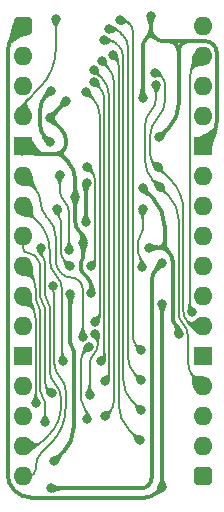
<source format=gbl>
%TF.GenerationSoftware,KiCad,Pcbnew,8.0.7*%
%TF.CreationDate,2025-01-17T10:03:45+02:00*%
%TF.ProjectId,Comparator 10bit,436f6d70-6172-4617-946f-722031306269,V0*%
%TF.SameCoordinates,Original*%
%TF.FileFunction,Copper,L2,Bot*%
%TF.FilePolarity,Positive*%
%FSLAX46Y46*%
G04 Gerber Fmt 4.6, Leading zero omitted, Abs format (unit mm)*
G04 Created by KiCad (PCBNEW 8.0.7) date 2025-01-17 10:03:45*
%MOMM*%
%LPD*%
G01*
G04 APERTURE LIST*
G04 Aperture macros list*
%AMRoundRect*
0 Rectangle with rounded corners*
0 $1 Rounding radius*
0 $2 $3 $4 $5 $6 $7 $8 $9 X,Y pos of 4 corners*
0 Add a 4 corners polygon primitive as box body*
4,1,4,$2,$3,$4,$5,$6,$7,$8,$9,$2,$3,0*
0 Add four circle primitives for the rounded corners*
1,1,$1+$1,$2,$3*
1,1,$1+$1,$4,$5*
1,1,$1+$1,$6,$7*
1,1,$1+$1,$8,$9*
0 Add four rect primitives between the rounded corners*
20,1,$1+$1,$2,$3,$4,$5,0*
20,1,$1+$1,$4,$5,$6,$7,0*
20,1,$1+$1,$6,$7,$8,$9,0*
20,1,$1+$1,$8,$9,$2,$3,0*%
G04 Aperture macros list end*
%TA.AperFunction,ComponentPad*%
%ADD10RoundRect,0.400000X-0.400000X-0.400000X0.400000X-0.400000X0.400000X0.400000X-0.400000X0.400000X0*%
%TD*%
%TA.AperFunction,ComponentPad*%
%ADD11O,1.600000X1.600000*%
%TD*%
%TA.AperFunction,ComponentPad*%
%ADD12R,1.600000X1.600000*%
%TD*%
%TA.AperFunction,ViaPad*%
%ADD13C,0.800000*%
%TD*%
%TA.AperFunction,Conductor*%
%ADD14C,0.380000*%
%TD*%
%TA.AperFunction,Conductor*%
%ADD15C,0.200000*%
%TD*%
G04 APERTURE END LIST*
D10*
%TO.P,J1,1,Pin_1*%
%TO.N,5V*%
X0Y0D03*
D11*
%TO.P,J1,2,Pin_2*%
%TO.N,unconnected-(J1-Pin_2-Pad2)*%
X0Y-2540000D03*
%TO.P,J1,3,Pin_3*%
%TO.N,Write A High*%
X0Y-5080000D03*
%TO.P,J1,4,Pin_4*%
%TO.N,Write A Low*%
X0Y-7620000D03*
D12*
%TO.P,J1,5,Pin_5*%
%TO.N,GND*%
X0Y-10160000D03*
D11*
%TO.P,J1,6,Pin_6*%
%TO.N,C0*%
X0Y-12700000D03*
%TO.P,J1,7,Pin_7*%
%TO.N,C1*%
X0Y-15240000D03*
%TO.P,J1,8,Pin_8*%
%TO.N,C2*%
X0Y-17780000D03*
%TO.P,J1,9,Pin_9*%
%TO.N,C3*%
X0Y-20320000D03*
%TO.P,J1,10,Pin_10*%
%TO.N,C4*%
X0Y-22860000D03*
%TO.P,J1,11,Pin_11*%
%TO.N,C5*%
X0Y-25400000D03*
D12*
%TO.P,J1,12,Pin_12*%
%TO.N,GND*%
X0Y-27940000D03*
D11*
%TO.P,J1,13,Pin_13*%
%TO.N,C6*%
X0Y-30480000D03*
%TO.P,J1,14,Pin_14*%
%TO.N,C7*%
X0Y-33020000D03*
%TO.P,J1,15,Pin_15*%
%TO.N,C8*%
X0Y-35560000D03*
%TO.P,J1,16,Pin_16*%
%TO.N,C9*%
X0Y-38100000D03*
D10*
%TO.P,J1,17,Pin_17*%
%TO.N,5V*%
X15240000Y-38100000D03*
D11*
%TO.P,J1,18,Pin_18*%
%TO.N,unconnected-(J1-Pin_18-Pad18)*%
X15240000Y-35560000D03*
%TO.P,J1,19,Pin_19*%
%TO.N,unconnected-(J1-Pin_19-Pad19)*%
X15240000Y-33020000D03*
%TO.P,J1,20,Pin_20*%
%TO.N,D0*%
X15240000Y-30480000D03*
D12*
%TO.P,J1,21,Pin_21*%
%TO.N,GND*%
X15240000Y-27940000D03*
D11*
%TO.P,J1,22,Pin_22*%
%TO.N,D1*%
X15240000Y-25400000D03*
%TO.P,J1,23,Pin_23*%
%TO.N,D2*%
X15240000Y-22860000D03*
%TO.P,J1,24,Pin_24*%
%TO.N,D3*%
X15240000Y-20320000D03*
%TO.P,J1,25,Pin_25*%
%TO.N,D4*%
X15240000Y-17780000D03*
%TO.P,J1,26,Pin_26*%
%TO.N,D5*%
X15240000Y-15240000D03*
%TO.P,J1,27,Pin_27*%
%TO.N,D6*%
X15240000Y-12700000D03*
D12*
%TO.P,J1,28,Pin_28*%
%TO.N,GND*%
X15240000Y-10160000D03*
D11*
%TO.P,J1,29,Pin_29*%
%TO.N,D7*%
X15240000Y-7620000D03*
%TO.P,J1,30,Pin_30*%
%TO.N,unconnected-(J1-Pin_30-Pad30)*%
X15240000Y-5080000D03*
%TO.P,J1,31,Pin_31*%
%TO.N,~{C=A}*%
X15240000Y-2540000D03*
%TO.P,J1,32,Pin_32*%
%TO.N,unconnected-(J1-Pin_32-Pad32)*%
X15240000Y0D03*
%TD*%
D13*
%TO.N,GND*%
X5824695Y-22606000D03*
X13208000Y-26034998D03*
X4052802Y-22680698D03*
X5143994Y-18351994D03*
X4445483Y-14447300D03*
X10160000Y-13716000D03*
X10858500Y825500D03*
X2667000Y-36830000D03*
X10668000Y-18746000D03*
X3671644Y-6361994D03*
X11569000Y-9398000D03*
X2284877Y-7748761D03*
X10160000Y-6095994D03*
%TO.N,5V*%
X11811000Y-39034000D03*
X11811000Y-23494988D03*
%TO.N,/3.3V*%
X5424694Y-13246189D03*
X2413000Y-39116000D03*
X2286026Y-9779000D03*
X2413000Y-5461000D03*
X5361188Y-16609800D03*
X11810998Y-20065998D03*
%TO.N,C8*%
X1524000Y-18795996D03*
%TO.N,C9*%
X2600000Y-22020761D03*
%TO.N,~{C=A}*%
X14351000Y-24235544D03*
%TO.N,C2*%
X2451313Y-31075553D03*
%TO.N,C3*%
X1893000Y-33528000D03*
%TO.N,C0*%
X5097396Y-26271602D03*
%TO.N,C1*%
X3400002Y-28356502D03*
%TO.N,C7*%
X5588002Y-27178000D03*
X5435417Y-33287000D03*
%TO.N,C5*%
X5676345Y-31187000D03*
X6164034Y-26056954D03*
%TO.N,/A8*%
X3139972Y-12562001D03*
X3937000Y-18923000D03*
%TO.N,C4*%
X1143000Y-31887000D03*
%TO.N,/A9*%
X5462028Y-11911998D03*
X5806505Y-20332391D03*
%TO.N,/A0*%
X6154000Y-25007000D03*
X5371380Y-5534796D03*
%TO.N,/A1*%
X6077344Y-4737170D03*
X6624695Y-28382347D03*
%TO.N,D1*%
X11188896Y-3935000D03*
X11437247Y-11897490D03*
%TO.N,/A2*%
X6019853Y-3688743D03*
X7018256Y-30035248D03*
%TO.N,D0*%
X11303000Y-4953000D03*
X11600000Y-13589000D03*
%TO.N,/A3*%
X6985000Y-33020000D03*
X6695484Y-2951500D03*
%TO.N,/A4*%
X7630759Y-2447293D03*
X9905994Y-35052000D03*
%TO.N,/A5*%
X10033000Y-32512000D03*
X6925766Y-1205398D03*
%TO.N,Write A Low*%
X2822000Y607000D03*
%TO.N,/A6*%
X7343342Y-242000D03*
X10033004Y-29972000D03*
%TO.N,/A7*%
X10018394Y-27417398D03*
X8255000Y508000D03*
%TO.N,/A9\u2295C9*%
X10113000Y-20358306D03*
X10160000Y-15493996D03*
X3986000Y-20320000D03*
X2921000Y-15494000D03*
%TD*%
D14*
%TO.N,/3.3V*%
X1953938Y-5920061D02*
G75*
G03*
X1494879Y-7028333I1108272J-1108269D01*
G01*
X10668000Y-38862000D02*
G75*
G02*
X10054789Y-39115996I-613200J613200D01*
G01*
X5392941Y-13277942D02*
G75*
G03*
X5361189Y-13354600I76659J-76658D01*
G01*
X11366499Y-20510497D02*
G75*
G03*
X10922005Y-21583612I1073101J-1073103D01*
G01*
X10922000Y-38248789D02*
G75*
G02*
X10668003Y-38862003I-867200J-11D01*
G01*
X1494877Y-8428424D02*
G75*
G03*
X1890454Y-9383422I1350573J4D01*
G01*
%TO.N,5V*%
X-1270000Y-37906977D02*
G75*
G03*
X-684499Y-39320500I1999026J2D01*
G01*
X-635000Y-635000D02*
G75*
G03*
X-1270002Y-2168025I1533030J-1533030D01*
G01*
X-684499Y-39320500D02*
G75*
G03*
X729022Y-39906000I1413524J1413526D01*
G01*
X11375000Y-39470000D02*
G75*
G02*
X10322402Y-39906001I-1052600J1052600D01*
G01*
%TO.N,GND*%
X16152500Y-1547500D02*
G75*
G02*
X16429982Y-2217444I-669900J-669900D01*
G01*
X11176000Y-952500D02*
G75*
G03*
X11942512Y-1269995I766500J766500D01*
G01*
X12700000Y-24659789D02*
G75*
G03*
X12953997Y-25273003I867200J-11D01*
G01*
X5023996Y-19819002D02*
G75*
G03*
X4904001Y-20108702I289704J-289698D01*
G01*
X5143994Y-19529302D02*
G75*
G02*
X5023994Y-19819000I-409694J2D01*
G01*
X10509250Y-984250D02*
G75*
G03*
X10160006Y-1827414I843150J-843150D01*
G01*
X13208000Y-6600051D02*
G75*
G02*
X12388501Y-8578501I-2797960J1D01*
G01*
X3683000Y-9927789D02*
G75*
G02*
X3429002Y-10541002I-867220J-1D01*
G01*
X3810241Y-11430241D02*
G75*
G02*
X4445482Y-12963850I-1533611J-1533609D01*
G01*
X4445483Y-16524078D02*
G75*
G03*
X4794738Y-17367255I1192427J-2D01*
G01*
X16152500Y-1547500D02*
G75*
G03*
X15482555Y-1270018I-669900J-669900D01*
G01*
X4903999Y-20320000D02*
G75*
G03*
X5173409Y-20970404I919801J0D01*
G01*
X11087500Y-14643500D02*
G75*
G02*
X12015007Y-16882683I-2239200J-2239200D01*
G01*
X4185401Y-27172401D02*
G75*
G02*
X4317990Y-27492523I-320101J-320099D01*
G01*
X12357500Y-19088500D02*
G75*
G02*
X12700013Y-19915368I-826900J-826900D01*
G01*
X317500Y-10477500D02*
G75*
G03*
X1084012Y-10794999I766510J766510D01*
G01*
X10541000Y-952500D02*
G75*
G03*
X10858495Y-185987I-766500J766500D01*
G01*
X11176000Y-952500D02*
G75*
G03*
X10541000Y-952500I-317500J-317499D01*
G01*
X10858500Y-185987D02*
G75*
G03*
X11175996Y-952504I1084000J-13D01*
G01*
X11530631Y-18746000D02*
G75*
G03*
X12015000Y-18261631I-31J484400D01*
G01*
X12357500Y-19088500D02*
G75*
G03*
X11530631Y-18745987I-826900J-826900D01*
G01*
X12015000Y-18261631D02*
G75*
G03*
X12357503Y-19088497I1169360J1D01*
G01*
X4919316Y-17491833D02*
G75*
G02*
X5144028Y-18034252I-542416J-542467D01*
G01*
X13028395Y-25347395D02*
G75*
G02*
X13208003Y-25780999I-433595J-433605D01*
G01*
X4318000Y-34011566D02*
G75*
G02*
X3492500Y-36004500I-2818441J3D01*
G01*
X5476690Y-21273691D02*
G75*
G02*
X5824695Y-22113848I-840160J-840159D01*
G01*
X3279908Y-8743792D02*
G75*
G02*
X3683003Y-9716942I-973158J-973158D01*
G01*
X2815789Y-10795000D02*
G75*
G03*
X3429003Y-10541003I11J867200D01*
G01*
X3429000Y-11049000D02*
G75*
G03*
X2815789Y-10795004I-613200J-613200D01*
G01*
X3429000Y-10541000D02*
G75*
G03*
X3429000Y-11049000I254000J-254000D01*
G01*
X13208000Y-2127250D02*
G75*
G03*
X12350750Y-1270000I-857250J0D01*
G01*
X14065250Y-1270000D02*
G75*
G03*
X13208000Y-2127250I-50J-857200D01*
G01*
X4052802Y-26852278D02*
G75*
G03*
X4185395Y-27172407I452698J-22D01*
G01*
X16430000Y-8128542D02*
G75*
G02*
X15835001Y-9565001I-2031470J2D01*
G01*
X12350750Y-1270000D02*
X14065250Y-1270000D01*
D15*
%TO.N,/A9\u2295C9*%
X10160000Y-17256592D02*
G75*
G02*
X9969502Y-17716502I-650400J-8D01*
G01*
X9779000Y-19194826D02*
G75*
G03*
X9946008Y-19597992I570200J26D01*
G01*
X2921000Y-15717000D02*
G75*
G03*
X3078678Y-16097690I538400J0D01*
G01*
X3237000Y-19041377D02*
G75*
G03*
X3611499Y-19945501I1278620J-3D01*
G01*
X3079000Y-16098000D02*
G75*
G02*
X3236981Y-16479445I-381400J-381400D01*
G01*
X9946000Y-19598000D02*
G75*
G02*
X10113011Y-20001173I-403200J-403200D01*
G01*
X9969500Y-17716500D02*
G75*
G03*
X9779003Y-18176407I459900J-459900D01*
G01*
%TO.N,/A7*%
X8942605Y328394D02*
G75*
G03*
X8509000Y508002I-433605J-433594D01*
G01*
X9043847Y227153D02*
G75*
G02*
X9324708Y-450871I-678047J-678053D01*
G01*
X9324694Y-26233178D02*
G75*
G03*
X9671536Y-27070556I1184206J-22D01*
G01*
%TO.N,/A6*%
X8924695Y-28079998D02*
G75*
G03*
X9478847Y-29417847I1892005J-2D01*
G01*
X8217274Y-470274D02*
G75*
G03*
X7666171Y-242027I-551074J-551126D01*
G01*
X8456847Y-709847D02*
G75*
G02*
X8924684Y-1839331I-1129447J-1129453D01*
G01*
%TO.N,Write A Low*%
X339810Y-6319061D02*
G75*
G03*
X2Y-7139436I820370J-820369D01*
G01*
X2822000Y-1841416D02*
G75*
G02*
X1411000Y-5247872I-4817461J1D01*
G01*
%TO.N,/A5*%
X7949907Y-1472907D02*
G75*
G03*
X7304082Y-1205401I-645807J-645793D01*
G01*
X8524695Y-29937162D02*
G75*
G03*
X9278849Y-31757845I2574835J2D01*
G01*
X8103546Y-1626546D02*
G75*
G02*
X8524702Y-2643288I-1016746J-1016754D01*
G01*
%TO.N,/A4*%
X8124693Y-32011128D02*
G75*
G03*
X9015343Y-34161349I3040867J-2D01*
G01*
X7877726Y-2694260D02*
G75*
G02*
X8124701Y-3290491I-596226J-596240D01*
G01*
%TO.N,/A3*%
X7724695Y-31757261D02*
G75*
G02*
X7354848Y-32650153I-1262745J1D01*
G01*
X7210089Y-3466105D02*
G75*
G02*
X7724708Y-4708473I-1242389J-1242395D01*
G01*
%TO.N,D0*%
X12404000Y-14393000D02*
G75*
G02*
X13207989Y-16334027I-1941000J-1941000D01*
G01*
X13589000Y-25215036D02*
G75*
G02*
X13970039Y-26134851I-919800J-919864D01*
G01*
X13208000Y-24295220D02*
G75*
G03*
X13589013Y-25215023I1300800J20D01*
G01*
X10849000Y-7185000D02*
G75*
G03*
X10395022Y-8281052I1096000J-1096000D01*
G01*
X10395000Y-11531936D02*
G75*
G03*
X10997499Y-12986501I2057060J-4D01*
G01*
X11303000Y-6088947D02*
G75*
G02*
X10848998Y-7184998I-1550060J7D01*
G01*
X13970000Y-28311974D02*
G75*
G03*
X14605001Y-29844999I2168030J4D01*
G01*
%TO.N,/A2*%
X7324693Y-29512127D02*
G75*
G02*
X7171455Y-29882010I-523093J27D01*
G01*
X6672273Y-4341163D02*
G75*
G02*
X7324697Y-5916244I-1575083J-1575087D01*
G01*
%TO.N,D1*%
X14036691Y-25085691D02*
G75*
G03*
X14795500Y-25400005I758809J758791D01*
G01*
X11539290Y-4026524D02*
G75*
G03*
X11318331Y-3934983I-220990J-220976D01*
G01*
X12065000Y-6213974D02*
G75*
G02*
X11430001Y-7747001I-2168040J4D01*
G01*
X13608000Y-24131619D02*
G75*
G03*
X13979506Y-25028494I1268400J19D01*
G01*
X12522623Y-12982866D02*
G75*
G02*
X13608004Y-15603197I-2620323J-2620334D01*
G01*
X11430000Y-7747000D02*
G75*
G03*
X10795011Y-9280025I1533000J-1533000D01*
G01*
X10795000Y-10801105D02*
G75*
G03*
X11116123Y-11576366I1096400J5D01*
G01*
X11756383Y-4243617D02*
G75*
G02*
X12065006Y-4988684I-745083J-745083D01*
G01*
%TO.N,/A1*%
X6924692Y-21879059D02*
X6924695Y-21879066D01*
X6924692Y-21879053D02*
X6924692Y-21879059D01*
X6924695Y-21879064D02*
X6924692Y-21879059D01*
X6924692Y-21879059D02*
X6924692Y-21879056D01*
X6501018Y-5160844D02*
G75*
G02*
X6924710Y-6183683I-1022818J-1022856D01*
G01*
X6924695Y-27870214D02*
G75*
G02*
X6774680Y-28232332I-512095J14D01*
G01*
X6924695Y-21879066D02*
X6924692Y-21879053D01*
X6924692Y-21879056D02*
X6924695Y-21879064D01*
%TO.N,/A0*%
X6524695Y-24374184D02*
G75*
G02*
X6339351Y-24821656I-632795J-16D01*
G01*
X6524695Y-22044747D02*
X6524695Y-22044751D01*
X6524692Y-22044738D02*
X6524695Y-22044747D01*
X6524695Y-22044747D02*
X6524695Y-22044749D01*
X6524692Y-22044741D02*
X6524695Y-22044747D01*
X5948036Y-6111452D02*
G75*
G02*
X6524696Y-7503622I-1392176J-1392178D01*
G01*
X6524695Y-22044751D02*
X6524692Y-22044738D01*
X6524695Y-22044749D02*
X6524692Y-22044741D01*
%TO.N,/A9*%
X6124694Y-19789208D02*
G75*
G02*
X5965598Y-20173295I-543194J8D01*
G01*
X5793361Y-12243331D02*
G75*
G02*
X6124651Y-13043239I-799961J-799869D01*
G01*
%TO.N,C4*%
X1100000Y-31813594D02*
G75*
G03*
X1121498Y-31865502I73400J-6D01*
G01*
X550000Y-23410000D02*
G75*
G02*
X1100000Y-24737817I-1327821J-1327819D01*
G01*
%TO.N,/A8*%
X3538486Y-14841486D02*
G75*
G02*
X3937015Y-15803583I-962086J-962114D01*
G01*
X3139972Y-13879388D02*
G75*
G03*
X3538486Y-14841486I1360608J-2D01*
G01*
%TO.N,C5*%
X6373962Y-26914748D02*
G75*
G02*
X6025155Y-27756848I-1190912J-2D01*
G01*
X6268998Y-26161918D02*
G75*
G02*
X6373948Y-26415323I-253398J-253382D01*
G01*
X6025153Y-27756846D02*
G75*
G03*
X5676390Y-28598944I842147J-842054D01*
G01*
%TO.N,C7*%
X4961000Y-31668536D02*
G75*
G03*
X5198206Y-32241210I809880J-4D01*
G01*
X5274501Y-27491501D02*
G75*
G03*
X4960983Y-28248359I756899J-756899D01*
G01*
X5198208Y-32241208D02*
G75*
G02*
X5435420Y-32813880I-572708J-572692D01*
G01*
%TO.N,C1*%
X3352802Y-28275926D02*
G75*
G03*
X3376411Y-28332893I80598J26D01*
G01*
X1239747Y-16479747D02*
G75*
G02*
X2300000Y-19039423I-2559676J-2559677D01*
G01*
X2300000Y-19794402D02*
G75*
G03*
X2826401Y-21065247I1797250J2D01*
G01*
X2826401Y-21065247D02*
G75*
G02*
X3352799Y-22336091I-1270851J-1270843D01*
G01*
%TO.N,C0*%
X3318042Y-20955986D02*
G75*
G03*
X4064000Y-21264964I745958J745986D01*
G01*
X4799184Y-21563184D02*
G75*
G03*
X4079236Y-21264971I-719944J-719936D01*
G01*
X2794000Y-19842905D02*
G75*
G03*
X3210513Y-20848459I1422060J-5D01*
G01*
X2159000Y-16256000D02*
G75*
G02*
X2794002Y-17789025I-1533030J-1533030D01*
G01*
X1524000Y-14922500D02*
G75*
G03*
X2017914Y-16114914I1686330J0D01*
G01*
X4799184Y-21563184D02*
G75*
G02*
X5097363Y-22283131I-719984J-719916D01*
G01*
X1030085Y-13730085D02*
G75*
G02*
X1524000Y-14922500I-1192418J-1192417D01*
G01*
%TO.N,C3*%
X1500000Y-30905446D02*
G75*
G03*
X1696499Y-31379840I670890J-4D01*
G01*
X1300000Y-23594314D02*
G75*
G02*
X1500000Y-24077156I-482850J-482846D01*
G01*
X1100000Y-23111472D02*
G75*
G03*
X1300001Y-23594313I682840J2D01*
G01*
X1696500Y-31379839D02*
G75*
G02*
X1892999Y-31854231I-474390J-474391D01*
G01*
X550000Y-20870000D02*
G75*
G02*
X1100000Y-22197817I-1327821J-1327819D01*
G01*
%TO.N,C2*%
X1152500Y-19567500D02*
G75*
G02*
X1500000Y-20406439I-838940J-838940D01*
G01*
X1900000Y-30134402D02*
G75*
G03*
X2175655Y-30799897I941140J-8D01*
G01*
X0Y-18712989D02*
G75*
G03*
X148502Y-19071498I507000J-1D01*
G01*
X984605Y-19399605D02*
G75*
G03*
X551000Y-19219997I-433605J-433595D01*
G01*
X1500000Y-22945786D02*
G75*
G03*
X1699999Y-23428630I682840J-4D01*
G01*
X148500Y-19071500D02*
G75*
G03*
X507010Y-19220000I358510J358510D01*
G01*
X1700000Y-23428629D02*
G75*
G02*
X1899997Y-23911471I-482850J-482841D01*
G01*
%TO.N,~{C=A}*%
X14690000Y-3090000D02*
G75*
G03*
X14140007Y-4417817I1327800J-1327800D01*
G01*
X14140000Y-23875344D02*
G75*
G03*
X14245522Y-24130022I360200J44D01*
G01*
%TO.N,C9*%
X2700001Y-28574785D02*
G75*
G03*
X3172499Y-29715501I1613209J-5D01*
G01*
X2650000Y-22555999D02*
G75*
G02*
X2699996Y-22676711I-120700J-120701D01*
G01*
X3645000Y-32304818D02*
G75*
G02*
X2393999Y-35324999I-4271185J3D01*
G01*
X1143000Y-37449592D02*
G75*
G02*
X952501Y-37909501I-650420J2D01*
G01*
X3172500Y-29715500D02*
G75*
G02*
X3644993Y-30856215I-1140700J-1140700D01*
G01*
X952500Y-37909500D02*
G75*
G02*
X492592Y-38099998I-459910J459920D01*
G01*
X2600000Y-22435287D02*
G75*
G03*
X2649996Y-22556003I170700J-13D01*
G01*
X1547111Y-36171888D02*
G75*
G03*
X1142998Y-37147500I975609J-975612D01*
G01*
%TO.N,C8*%
X1712000Y-19497000D02*
G75*
G02*
X1899996Y-19950872I-453880J-453870D01*
G01*
X2300000Y-29190784D02*
G75*
G03*
X2772498Y-30331502I1613210J-6D01*
G01*
X3245000Y-32194500D02*
G75*
G02*
X2261767Y-34568231I-3356961J1D01*
G01*
X1524000Y-19052498D02*
G75*
G03*
X1705373Y-19490375I619250J-2D01*
G01*
X1719012Y-35110987D02*
G75*
G02*
X635000Y-35559998I-1084012J1084017D01*
G01*
X2772500Y-30331500D02*
G75*
G02*
X3245005Y-31472215I-1140710J-1140720D01*
G01*
X2100000Y-23262943D02*
G75*
G02*
X2300001Y-23745785I-482850J-482847D01*
G01*
X1900000Y-22780100D02*
G75*
G03*
X2100009Y-23262934I682800J0D01*
G01*
%TO.N,/A6*%
X7343342Y-242000D02*
X7666171Y-242000D01*
X8924695Y-28079998D02*
X8924695Y-1839331D01*
X8217274Y-470274D02*
X8456847Y-709847D01*
X10033004Y-29972000D02*
X9478849Y-29417845D01*
%TO.N,/A7*%
X8942605Y328394D02*
X9043847Y227153D01*
X9324694Y-450871D02*
X9324694Y-26233178D01*
X8509000Y507999D02*
X8255000Y508000D01*
X10018394Y-27417398D02*
X9671544Y-27070548D01*
%TO.N,/A5*%
X7949907Y-1472907D02*
X8103546Y-1626546D01*
X8524695Y-29937162D02*
X8524695Y-2643288D01*
X10033000Y-32512000D02*
X9278847Y-31757847D01*
X7304082Y-1205398D02*
X6925766Y-1205398D01*
%TO.N,/A3*%
X6985000Y-33020000D02*
X7354847Y-32650152D01*
X7724695Y-31757261D02*
X7724695Y-4708473D01*
X6695484Y-2951500D02*
X7210089Y-3466105D01*
%TO.N,/A4*%
X7877726Y-2694260D02*
X7630759Y-2447293D01*
X8124693Y-32011128D02*
X8124693Y-3290491D01*
X9015343Y-34161349D02*
X9905994Y-35052000D01*
%TO.N,/A2*%
X6019853Y-3688743D02*
X6672273Y-4341163D01*
X7324693Y-29512127D02*
X7324693Y-5916244D01*
X7171474Y-29882029D02*
X7018256Y-30035248D01*
%TO.N,/A1*%
X6077344Y-4737170D02*
X6501018Y-5160844D01*
X6924695Y-21879066D02*
X6924695Y-27870214D01*
X6624695Y-28382347D02*
X6774695Y-28232347D01*
X6924692Y-21879053D02*
X6924692Y-6183683D01*
%TO.N,/A0*%
X6339347Y-24821652D02*
X6154000Y-25007000D01*
X6524695Y-24374184D02*
X6524695Y-22044751D01*
X6524692Y-22044738D02*
X6524692Y-7503622D01*
X5948036Y-6111452D02*
X5371380Y-5534796D01*
%TO.N,C7*%
X5435417Y-33287000D02*
X5435417Y-32813880D01*
X4961000Y-31668536D02*
X4961000Y-28248359D01*
D14*
%TO.N,5V*%
X11811000Y-23494988D02*
X11811000Y-39034000D01*
X11811000Y-39034000D02*
X11375000Y-39470000D01*
X-1270000Y-37906977D02*
X-1270000Y-2168025D01*
X729022Y-39906000D02*
X10322402Y-39906000D01*
X-635000Y-635000D02*
X0Y0D01*
D15*
%TO.N,D1*%
X11437247Y-11897490D02*
X12522623Y-12982866D01*
X13608000Y-24131619D02*
X13608000Y-15603197D01*
X14036691Y-25085691D02*
X13979500Y-25028500D01*
X10795000Y-9280025D02*
X10795000Y-10801105D01*
X11539290Y-4026524D02*
X11756383Y-4243617D01*
X11318331Y-3935000D02*
X11188896Y-3935000D01*
X12065000Y-6213974D02*
X12065000Y-4988684D01*
X11437247Y-11897490D02*
X11116123Y-11576366D01*
%TO.N,D0*%
X11303000Y-4953000D02*
X11303000Y-6088947D01*
X10395000Y-8281052D02*
X10395000Y-11531936D01*
X10997500Y-12986500D02*
X11600000Y-13589000D01*
X13970000Y-26134851D02*
X13970000Y-28311974D01*
X14605000Y-29845000D02*
X15240000Y-30480000D01*
X13208000Y-16334027D02*
X13208000Y-24295220D01*
X12404000Y-14393000D02*
X11600000Y-13589000D01*
%TO.N,/A8*%
X3937000Y-18923000D02*
X3937000Y-15803583D01*
X3139972Y-12562001D02*
X3139972Y-13879388D01*
%TO.N,C9*%
X2600000Y-22020761D02*
X2600000Y-22435287D01*
X2700001Y-28574785D02*
X2700001Y-22676711D01*
X1143000Y-37449592D02*
X1143000Y-37147500D01*
X2393999Y-35324999D02*
X1547111Y-36171888D01*
X3645000Y-32304818D02*
X3645000Y-30856215D01*
%TO.N,C0*%
X1030085Y-13730085D02*
X0Y-12700000D01*
X2794000Y-19842905D02*
X2794000Y-17789025D01*
X2159000Y-16256000D02*
X2017914Y-16114914D01*
X4064000Y-21264972D02*
X4079236Y-21264972D01*
X3318042Y-20955986D02*
X3210514Y-20848458D01*
X5097396Y-22283131D02*
X5097396Y-26271602D01*
D14*
%TO.N,GND*%
X5173406Y-20970407D02*
X5476690Y-21273691D01*
X5824695Y-22113848D02*
X5824695Y-22606000D01*
X4903999Y-20108702D02*
X4903999Y-20320000D01*
X4794738Y-17367255D02*
X4919316Y-17491833D01*
X5143994Y-18351994D02*
X5143994Y-18034252D01*
X4445483Y-16524078D02*
X4445483Y-14447300D01*
D15*
%TO.N,/A9\u2295C9*%
X10113000Y-20358306D02*
X10113000Y-20001173D01*
X9779000Y-19194826D02*
X9779000Y-18176407D01*
X10160000Y-17256592D02*
X10160000Y-15493996D01*
X3078684Y-16097684D02*
X3079000Y-16098000D01*
X2921000Y-15717000D02*
X2921000Y-15494000D01*
X3237000Y-19041377D02*
X3237000Y-16479445D01*
%TO.N,C8*%
X1524000Y-18795996D02*
X1524000Y-19052498D01*
X1900000Y-19950872D02*
X1900000Y-22780100D01*
X1712000Y-19497000D02*
X1705374Y-19490374D01*
%TO.N,C1*%
X1239747Y-16479747D02*
X0Y-15240000D01*
X2300000Y-19039423D02*
X2300000Y-19794402D01*
X3376402Y-28332902D02*
X3400002Y-28356502D01*
X3352802Y-28275926D02*
X3352802Y-22336091D01*
%TO.N,C8*%
X2300000Y-29190784D02*
X2300000Y-23745785D01*
X3245000Y-32194500D02*
X3245000Y-31472215D01*
X2261767Y-34568231D02*
X1719012Y-35110987D01*
D14*
%TO.N,GND*%
X5143994Y-19529302D02*
X5143994Y-18351994D01*
D15*
%TO.N,C2*%
X1152500Y-19567500D02*
X984605Y-19399605D01*
X1500000Y-20406439D02*
X1500000Y-22945786D01*
X551000Y-19220000D02*
X507010Y-19220000D01*
X0Y-18712989D02*
X0Y-17780000D01*
X1900000Y-30134402D02*
X1900000Y-23911471D01*
X2451313Y-31075553D02*
X2175656Y-30799896D01*
%TO.N,/A9\u2295C9*%
X3986000Y-20320000D02*
X3611500Y-19945500D01*
%TO.N,C3*%
X1893000Y-33528000D02*
X1893000Y-31854231D01*
X1500000Y-30905446D02*
X1500000Y-24077156D01*
X1100000Y-23111472D02*
X1100000Y-22197817D01*
X550000Y-20870000D02*
X0Y-20320000D01*
%TO.N,C4*%
X1121500Y-31865500D02*
X1143000Y-31887000D01*
X1100000Y-31813594D02*
X1100000Y-24737817D01*
X550000Y-23410000D02*
X0Y-22860000D01*
%TO.N,C5*%
X6268998Y-26161918D02*
X6164034Y-26056954D01*
X6373962Y-26914748D02*
X6373962Y-26415323D01*
X5676345Y-28598944D02*
X5676345Y-31187000D01*
%TO.N,C7*%
X5274501Y-27491501D02*
X5588002Y-27178000D01*
D14*
%TO.N,GND*%
X2284877Y-7748761D02*
X3671644Y-6361994D01*
X15482555Y-1270000D02*
X14065250Y-1270000D01*
X11942512Y-1270000D02*
X12350750Y-1270000D01*
X12388500Y-8578500D02*
X11569000Y-9398000D01*
X13208000Y-6600051D02*
X13208000Y-2127250D01*
X16430000Y-2217444D02*
X16430000Y-8128542D01*
X10858500Y-185987D02*
X10858500Y825500D01*
X10509250Y-984250D02*
X10541000Y-952500D01*
X10160000Y-6095994D02*
X10160000Y-1827414D01*
X10668000Y-18746000D02*
X11530631Y-18746000D01*
X4052802Y-22680698D02*
X4052802Y-26852278D01*
X12954000Y-25273000D02*
X13028395Y-25347395D01*
X12700000Y-24659789D02*
X12700000Y-19915368D01*
X12015000Y-16882683D02*
X12015000Y-18261631D01*
X1084012Y-10795000D02*
X2815789Y-10795000D01*
X13208000Y-26034998D02*
X13208000Y-25780999D01*
X4445483Y-12963850D02*
X4445483Y-14447300D01*
X10160000Y-13716000D02*
X11087500Y-14643500D01*
X3492500Y-36004500D02*
X2667000Y-36830000D01*
X3810241Y-11430241D02*
X3429000Y-11049000D01*
X3683000Y-9927789D02*
X3683000Y-9716942D01*
X2284877Y-7748761D02*
X3279908Y-8743792D01*
X4318000Y-27492523D02*
X4318000Y-34011566D01*
%TO.N,/3.3V*%
X11366499Y-20510497D02*
X11810998Y-20065998D01*
X10922000Y-21583612D02*
X10922000Y-38248789D01*
X10054789Y-39116000D02*
X2413000Y-39116000D01*
X5361188Y-13354600D02*
X5361188Y-16609800D01*
X5392941Y-13277942D02*
X5424694Y-13246189D01*
X1953938Y-5920061D02*
X2413000Y-5461000D01*
X1494877Y-7028333D02*
X1494877Y-8428424D01*
X2286026Y-9779000D02*
X1890451Y-9383425D01*
D15*
%TO.N,~{C=A}*%
X14351000Y-24235544D02*
X14245500Y-24130044D01*
X14140000Y-4417817D02*
X14140000Y-23875344D01*
X14690000Y-3090000D02*
X15240000Y-2540000D01*
%TO.N,/A9*%
X5965599Y-20173296D02*
X5806505Y-20332391D01*
X6124694Y-19789208D02*
X6124694Y-13043239D01*
X5462028Y-11911998D02*
X5793361Y-12243331D01*
%TO.N,Write A Low*%
X2822000Y-1841416D02*
X2822000Y607000D01*
X339810Y-6319061D02*
X1411000Y-5247872D01*
%TD*%
%TA.AperFunction,Conductor*%
%TO.N,5V*%
G36*
X-787862Y281750D02*
G01*
X-4192Y2552D01*
X2446Y-3447D01*
X214017Y-451383D01*
X372283Y-786464D01*
X372718Y-795408D01*
X366701Y-802040D01*
X363998Y-802934D01*
X116071Y-852497D01*
X-146542Y-941598D01*
X-409124Y-1067284D01*
X-409142Y-1067293D01*
X-409144Y-1067294D01*
X-671751Y-1229592D01*
X-929012Y-1424442D01*
X-937676Y-1426705D01*
X-940553Y-1425924D01*
X-1274720Y-1287508D01*
X-1281052Y-1281176D01*
X-1281093Y-1272321D01*
X-1188347Y-1042449D01*
X-1188335Y-1042418D01*
X-1091258Y-765217D01*
X-994172Y-451386D01*
X-897084Y-100950D01*
X-803135Y273576D01*
X-797799Y280766D01*
X-788940Y282077D01*
X-787862Y281750D01*
G37*
%TD.AperFunction*%
%TD*%
%TA.AperFunction,Conductor*%
%TO.N,GND*%
G36*
X805932Y-9627488D02*
G01*
X806325Y-9628111D01*
X959504Y-9888086D01*
X959513Y-9888099D01*
X1119027Y-10122224D01*
X1278541Y-10319750D01*
X1438055Y-10480675D01*
X1593061Y-10601486D01*
X1597480Y-10609274D01*
X1597569Y-10610714D01*
X1597569Y-10970400D01*
X1594142Y-10978673D01*
X1585869Y-10982100D01*
X1583320Y-10981819D01*
X1247245Y-10906801D01*
X1247240Y-10906800D01*
X896926Y-10865201D01*
X896912Y-10865200D01*
X546585Y-10860199D01*
X546581Y-10860199D01*
X196246Y-10891799D01*
X-137094Y-10956694D01*
X-145870Y-10954912D01*
X-150814Y-10947446D01*
X-150822Y-10943011D01*
X-1912Y-10164766D01*
X3009Y-10157284D01*
X3018Y-10157278D01*
X54763Y-10122224D01*
X789685Y-9624362D01*
X798454Y-9622560D01*
X805932Y-9627488D01*
G37*
%TD.AperFunction*%
%TD*%
%TA.AperFunction,Conductor*%
%TO.N,GND*%
G36*
X5160936Y-17487478D02*
G01*
X5161036Y-17487629D01*
X5262879Y-17645270D01*
X5263224Y-17645839D01*
X5332990Y-17768630D01*
X5333430Y-17769485D01*
X5384924Y-17880444D01*
X5385161Y-17880990D01*
X5411428Y-17946069D01*
X5438503Y-18013151D01*
X5438504Y-18013153D01*
X5438503Y-18013153D01*
X5509212Y-18188194D01*
X5509134Y-18197148D01*
X5502868Y-18203374D01*
X5146723Y-18351918D01*
X5142195Y-18352820D01*
X4757715Y-18352022D01*
X4749449Y-18348578D01*
X4746039Y-18340298D01*
X4746190Y-18338449D01*
X4769104Y-18197148D01*
X4771442Y-18182723D01*
X4772385Y-18179658D01*
X4830841Y-18054173D01*
X4830973Y-18053903D01*
X4885715Y-17946069D01*
X4900252Y-17832534D01*
X4842460Y-17697698D01*
X4842352Y-17688746D01*
X4846713Y-17683365D01*
X5144710Y-17484249D01*
X5153491Y-17482503D01*
X5160936Y-17487478D01*
G37*
%TD.AperFunction*%
%TD*%
%TA.AperFunction,Conductor*%
%TO.N,GND*%
G36*
X13123704Y-25174241D02*
G01*
X13123821Y-25174360D01*
X13263333Y-25317910D01*
X13263906Y-25318543D01*
X13360848Y-25434069D01*
X13361808Y-25435392D01*
X13430877Y-25545969D01*
X13431560Y-25547228D01*
X13495710Y-25684993D01*
X13495908Y-25685442D01*
X13573068Y-25871133D01*
X13573078Y-25880087D01*
X13566766Y-25886421D01*
X13210878Y-26034799D01*
X13206355Y-26035700D01*
X12821631Y-26035022D01*
X12813364Y-26031581D01*
X12809952Y-26023301D01*
X12810090Y-26021534D01*
X12832248Y-25878823D01*
X12832991Y-25876162D01*
X12835064Y-25871132D01*
X12882942Y-25754939D01*
X12925075Y-25651163D01*
X12924499Y-25549804D01*
X12922763Y-25547228D01*
X12901040Y-25514984D01*
X12852234Y-25442542D01*
X12850454Y-25433768D01*
X12853663Y-25427736D01*
X13107159Y-25174240D01*
X13115431Y-25170814D01*
X13123704Y-25174241D01*
G37*
%TD.AperFunction*%
%TD*%
%TA.AperFunction,Conductor*%
%TO.N,GND*%
G36*
X16183863Y-8596493D02*
G01*
X16532617Y-8689945D01*
X16539721Y-8695396D01*
X16540889Y-8704274D01*
X16540561Y-8705306D01*
X16444012Y-8966271D01*
X16343011Y-9275868D01*
X16242004Y-9622083D01*
X16141001Y-10004886D01*
X16042972Y-10411944D01*
X16037703Y-10419185D01*
X16028858Y-10420580D01*
X16027940Y-10420319D01*
X15244355Y-10162483D01*
X15237570Y-10156644D01*
X14843351Y-9372481D01*
X14842697Y-9363552D01*
X14848550Y-9356775D01*
X14850459Y-9356016D01*
X15105254Y-9280182D01*
X15105266Y-9280176D01*
X15105271Y-9280175D01*
X15196506Y-9240568D01*
X15373432Y-9163765D01*
X15641609Y-9010747D01*
X15909787Y-8821130D01*
X16173296Y-8598851D01*
X16181827Y-8596137D01*
X16183863Y-8596493D01*
G37*
%TD.AperFunction*%
%TD*%
%TA.AperFunction,Conductor*%
%TO.N,/A9\u2295C9*%
G36*
X3307224Y-15493970D02*
G01*
X3315490Y-15497415D01*
X3318899Y-15505695D01*
X3318741Y-15507588D01*
X3295458Y-15647690D01*
X3294416Y-15650932D01*
X3239406Y-15762866D01*
X3239134Y-15763387D01*
X3185632Y-15859718D01*
X3185630Y-15859723D01*
X3166595Y-15963592D01*
X3166595Y-15963593D01*
X3211273Y-16090056D01*
X3210798Y-16098998D01*
X3206091Y-16104086D01*
X3050951Y-16193650D01*
X3042072Y-16194818D01*
X3035268Y-16189858D01*
X2963144Y-16078019D01*
X2895793Y-16000770D01*
X2827207Y-15941882D01*
X2827206Y-15941881D01*
X2827193Y-15941870D01*
X2745646Y-15876014D01*
X2745062Y-15875510D01*
X2727951Y-15859718D01*
X2647084Y-15785082D01*
X2643328Y-15776952D01*
X2646421Y-15768549D01*
X2646684Y-15768274D01*
X2917061Y-15496590D01*
X2925323Y-15493144D01*
X3307224Y-15493970D01*
G37*
%TD.AperFunction*%
%TD*%
%TA.AperFunction,Conductor*%
%TO.N,/A9\u2295C9*%
G36*
X10026018Y-19538290D02*
G01*
X10026550Y-19538891D01*
X10122363Y-19655284D01*
X10123435Y-19656824D01*
X10129242Y-19666784D01*
X10182183Y-19757583D01*
X10182611Y-19758388D01*
X10227408Y-19851177D01*
X10238512Y-19869470D01*
X10288398Y-19951656D01*
X10388715Y-20067249D01*
X10391550Y-20075744D01*
X10388173Y-20083170D01*
X10119222Y-20353467D01*
X10110957Y-20356915D01*
X10106440Y-20356020D01*
X9755382Y-20210190D01*
X9749056Y-20203851D01*
X9749065Y-20194897D01*
X9749552Y-20193870D01*
X9815651Y-20070834D01*
X9816305Y-20069763D01*
X9889847Y-19963057D01*
X9940487Y-19869470D01*
X9943226Y-19775413D01*
X9878654Y-19674936D01*
X9877064Y-19666124D01*
X9880449Y-19660119D01*
X10008364Y-19538902D01*
X10009478Y-19537845D01*
X10017840Y-19534642D01*
X10026018Y-19538290D01*
G37*
%TD.AperFunction*%
%TD*%
%TA.AperFunction,Conductor*%
%TO.N,/A7*%
G36*
X8546084Y783180D02*
G01*
X8661762Y675629D01*
X8756685Y601473D01*
X8756701Y601461D01*
X8841714Y541163D01*
X8842148Y540840D01*
X8936465Y467157D01*
X8937228Y466506D01*
X9051895Y359900D01*
X9055621Y351757D01*
X9052498Y343365D01*
X9052202Y343058D01*
X8925965Y216820D01*
X8917692Y213393D01*
X8911460Y215190D01*
X8791274Y290843D01*
X8679634Y276900D01*
X8565721Y212491D01*
X8565433Y212335D01*
X8431872Y142249D01*
X8428636Y141119D01*
X8268867Y110645D01*
X8260098Y112461D01*
X8255182Y119946D01*
X8254975Y122117D01*
X8254301Y503832D01*
X8257712Y512109D01*
X8529865Y782905D01*
X8538146Y786311D01*
X8546084Y783180D01*
G37*
%TD.AperFunction*%
%TD*%
%TA.AperFunction,Conductor*%
%TO.N,/A6*%
G36*
X7507061Y122684D02*
G01*
X7507415Y122530D01*
X7675596Y45769D01*
X7676680Y45204D01*
X7796487Y-25435D01*
X7797528Y-26127D01*
X7895217Y-98874D01*
X7895448Y-99051D01*
X8007330Y-186770D01*
X8007335Y-186774D01*
X8160115Y-295351D01*
X8164873Y-302937D01*
X8163065Y-311388D01*
X8063819Y-459933D01*
X8056374Y-464908D01*
X8049204Y-464064D01*
X7982781Y-433530D01*
X7932983Y-410639D01*
X7932982Y-410639D01*
X7833500Y-417147D01*
X7833495Y-417148D01*
X7740478Y-466784D01*
X7635088Y-538221D01*
X7633988Y-538881D01*
X7507757Y-605560D01*
X7498841Y-606394D01*
X7491947Y-600680D01*
X7491489Y-599707D01*
X7344380Y-245941D01*
X7344368Y-236992D01*
X7491759Y116390D01*
X7498106Y122706D01*
X7507061Y122684D01*
G37*
%TD.AperFunction*%
%TD*%
%TA.AperFunction,Conductor*%
%TO.N,Write A Low*%
G36*
X425727Y-6108164D02*
G01*
X552372Y-6234809D01*
X555799Y-6243082D01*
X554045Y-6249244D01*
X393989Y-6507572D01*
X430024Y-6738869D01*
X572508Y-6974714D01*
X572738Y-6975111D01*
X726549Y-7253820D01*
X727780Y-7257189D01*
X797218Y-7606028D01*
X795472Y-7614811D01*
X788027Y-7619787D01*
X785753Y-7620012D01*
X4153Y-7620702D01*
X-4123Y-7617282D01*
X-4140Y-7617265D01*
X-557380Y-7062640D01*
X-560797Y-7054362D01*
X-557360Y-7046094D01*
X-557318Y-7046052D01*
X-323984Y-6815610D01*
X-323861Y-6815490D01*
X-149841Y-6648615D01*
X-149840Y-6648615D01*
X-149804Y-6648580D01*
X1662Y-6505641D01*
X175734Y-6338717D01*
X409235Y-6108111D01*
X417527Y-6104737D01*
X425727Y-6108164D01*
G37*
%TD.AperFunction*%
%TD*%
%TA.AperFunction,Conductor*%
%TO.N,/A5*%
G36*
X7089427Y-840852D02*
G01*
X7089888Y-841056D01*
X7250088Y-916594D01*
X7251238Y-917219D01*
X7334003Y-968359D01*
X7365689Y-987938D01*
X7366279Y-988328D01*
X7462448Y-1056108D01*
X7462454Y-1056111D01*
X7462456Y-1056113D01*
X7577767Y-1127363D01*
X7739519Y-1203634D01*
X7745539Y-1210261D01*
X7745337Y-1218693D01*
X7676981Y-1383719D01*
X7670649Y-1390051D01*
X7663184Y-1390554D01*
X7528595Y-1354997D01*
X7422563Y-1371544D01*
X7422560Y-1371545D01*
X7329345Y-1425350D01*
X7223896Y-1498564D01*
X7222669Y-1499308D01*
X7090167Y-1568992D01*
X7081250Y-1569810D01*
X7074366Y-1564083D01*
X7073920Y-1563133D01*
X7016564Y-1425352D01*
X6926715Y-1209515D01*
X6926700Y-1200564D01*
X7074125Y-847145D01*
X7080473Y-840829D01*
X7089427Y-840852D01*
G37*
%TD.AperFunction*%
%TD*%
%TA.AperFunction,Conductor*%
%TO.N,/A4*%
G36*
X7998230Y-2298781D02*
G01*
X8004546Y-2305128D01*
X8004632Y-2305341D01*
X8071444Y-2477288D01*
X8071722Y-2478091D01*
X8112487Y-2610836D01*
X8112752Y-2611862D01*
X8137592Y-2729931D01*
X8137684Y-2730417D01*
X8160819Y-2869264D01*
X8194291Y-3052229D01*
X8192409Y-3060983D01*
X8185065Y-3065809D01*
X8009882Y-3100658D01*
X8001099Y-3098911D01*
X7996676Y-3093375D01*
X7949969Y-2971659D01*
X7949968Y-2971658D01*
X7949968Y-2971657D01*
X7904176Y-2935392D01*
X7870416Y-2908655D01*
X7870414Y-2908654D01*
X7763728Y-2882541D01*
X7763725Y-2882540D01*
X7763719Y-2882539D01*
X7632862Y-2862400D01*
X7631339Y-2862060D01*
X7490156Y-2820514D01*
X7483187Y-2814891D01*
X7482235Y-2805987D01*
X7482636Y-2804846D01*
X7628706Y-2450815D01*
X7635028Y-2444476D01*
X7989276Y-2298759D01*
X7998230Y-2298781D01*
G37*
%TD.AperFunction*%
%TD*%
%TA.AperFunction,Conductor*%
%TO.N,/A2*%
G36*
X7420768Y-29343908D02*
G01*
X7424195Y-29352181D01*
X7424195Y-29468599D01*
X7424023Y-29512743D01*
X7424022Y-29512850D01*
X7422428Y-29635006D01*
X7422427Y-29635064D01*
X7420520Y-29740693D01*
X7418925Y-29862887D01*
X7418301Y-30023622D01*
X7414842Y-30031882D01*
X7406630Y-30035277D01*
X7023131Y-30036235D01*
X7014850Y-30032829D01*
X7014814Y-30032794D01*
X6745116Y-29762142D01*
X6741704Y-29753862D01*
X6745145Y-29745595D01*
X6746572Y-29744385D01*
X6871935Y-29654289D01*
X6874501Y-29652896D01*
X7005285Y-29601836D01*
X7005333Y-29601837D01*
X7005327Y-29601820D01*
X7117591Y-29558504D01*
X7195516Y-29484413D01*
X7222792Y-29349856D01*
X7227794Y-29342429D01*
X7234259Y-29340481D01*
X7412495Y-29340481D01*
X7420768Y-29343908D01*
G37*
%TD.AperFunction*%
%TD*%
%TA.AperFunction,Conductor*%
%TO.N,D1*%
G36*
X14938285Y-24671851D02*
G01*
X14938974Y-24673243D01*
X15237706Y-25393472D01*
X15237711Y-25402427D01*
X15235162Y-25406238D01*
X14682805Y-25957215D01*
X14674527Y-25960632D01*
X14666259Y-25957195D01*
X14666057Y-25956988D01*
X14477217Y-25758101D01*
X14476741Y-25757568D01*
X14346104Y-25601963D01*
X14345860Y-25601662D01*
X14237122Y-25463078D01*
X14189403Y-25406238D01*
X14106132Y-25307051D01*
X13916638Y-25107476D01*
X13913428Y-25099118D01*
X13916850Y-25091149D01*
X14043571Y-24964428D01*
X14051843Y-24961002D01*
X14058128Y-24962833D01*
X14227327Y-25070593D01*
X14379612Y-25047029D01*
X14531703Y-24937374D01*
X14707506Y-24792506D01*
X14709056Y-24791428D01*
X14922294Y-24667607D01*
X14931167Y-24666417D01*
X14938285Y-24671851D01*
G37*
%TD.AperFunction*%
%TD*%
%TA.AperFunction,Conductor*%
%TO.N,/A1*%
G36*
X7020766Y-27689341D02*
G01*
X7024193Y-27697614D01*
X7024193Y-28370677D01*
X7020766Y-28378950D01*
X7012522Y-28382377D01*
X6629570Y-28383334D01*
X6621289Y-28379928D01*
X6621253Y-28379893D01*
X6612069Y-28370677D01*
X6351522Y-28109208D01*
X6348110Y-28100928D01*
X6351551Y-28092661D01*
X6352942Y-28091476D01*
X6477214Y-28001535D01*
X6479718Y-28000155D01*
X6608915Y-27948366D01*
X6719469Y-27904086D01*
X6796057Y-27829415D01*
X6822817Y-27695323D01*
X6827797Y-27687882D01*
X6834291Y-27685914D01*
X7012493Y-27685914D01*
X7020766Y-27689341D01*
G37*
%TD.AperFunction*%
%TD*%
%TA.AperFunction,Conductor*%
%TO.N,/A0*%
G36*
X6620746Y-24333333D02*
G01*
X6624173Y-24341606D01*
X6624162Y-24342116D01*
X6617368Y-24497752D01*
X6617254Y-24498949D01*
X6599856Y-24616942D01*
X6599744Y-24617578D01*
X6578886Y-24719637D01*
X6578884Y-24719647D01*
X6561351Y-24838550D01*
X6554487Y-24995837D01*
X6550703Y-25003953D01*
X6542827Y-25007027D01*
X6158875Y-25007987D01*
X6150594Y-25004581D01*
X6150558Y-25004546D01*
X5985147Y-24838550D01*
X5881175Y-24734211D01*
X5877764Y-24725932D01*
X5881205Y-24717665D01*
X5882933Y-24716246D01*
X6019507Y-24624504D01*
X6022699Y-24623003D01*
X6169617Y-24579496D01*
X6169956Y-24579402D01*
X6299047Y-24546274D01*
X6390192Y-24478322D01*
X6419485Y-24352313D01*
X6422591Y-24338957D01*
X6427802Y-24331674D01*
X6433987Y-24329906D01*
X6612473Y-24329906D01*
X6620746Y-24333333D01*
G37*
%TD.AperFunction*%
%TD*%
%TA.AperFunction,Conductor*%
%TO.N,/A9*%
G36*
X6220765Y-19644083D02*
G01*
X6224192Y-19652356D01*
X6224192Y-19686181D01*
X6224191Y-19686310D01*
X6222803Y-19812076D01*
X6222796Y-19812380D01*
X6218294Y-19933861D01*
X6218287Y-19934026D01*
X6212906Y-20039097D01*
X6208395Y-20160817D01*
X6206632Y-20320848D01*
X6203115Y-20329083D01*
X6194962Y-20332419D01*
X5811380Y-20333378D01*
X5803099Y-20329972D01*
X5803063Y-20329937D01*
X5533424Y-20059344D01*
X5530012Y-20051064D01*
X5533453Y-20042797D01*
X5534933Y-20041549D01*
X5662318Y-19951151D01*
X5665005Y-19949730D01*
X5798799Y-19899968D01*
X5914180Y-19858423D01*
X5994536Y-19785397D01*
X6015182Y-19686310D01*
X6022754Y-19649969D01*
X6027796Y-19642569D01*
X6034208Y-19640656D01*
X6212492Y-19640656D01*
X6220765Y-19644083D01*
G37*
%TD.AperFunction*%
%TD*%
%TA.AperFunction,Conductor*%
%TO.N,C4*%
G36*
X736460Y-22558651D02*
G01*
X742784Y-22564991D01*
X743069Y-22565758D01*
X798900Y-22733378D01*
X799500Y-22737075D01*
X799500Y-23106626D01*
X799499Y-23106628D01*
X799499Y-23188864D01*
X823711Y-23341731D01*
X823715Y-23341747D01*
X871539Y-23488936D01*
X871541Y-23488940D01*
X871543Y-23488945D01*
X941813Y-23626856D01*
X949145Y-23636947D01*
X951240Y-23642025D01*
X960148Y-23699312D01*
X960150Y-23699318D01*
X1077462Y-24051522D01*
X1076826Y-24060454D01*
X1070839Y-24066028D01*
X905345Y-24134577D01*
X896391Y-24134577D01*
X890903Y-24129899D01*
X732710Y-23872774D01*
X539312Y-23758221D01*
X539310Y-23758220D01*
X539309Y-23758220D01*
X307402Y-23722550D01*
X307363Y-23722545D01*
X29427Y-23693677D01*
X27457Y-23693300D01*
X-293491Y-23602677D01*
X-300522Y-23597131D01*
X-301572Y-23588238D01*
X-301125Y-23586949D01*
X-2237Y-22863567D01*
X4086Y-22857232D01*
X727506Y-22558640D01*
X736460Y-22558651D01*
G37*
%TD.AperFunction*%
%TD*%
%TA.AperFunction,Conductor*%
%TO.N,C5*%
G36*
X6551747Y-26056923D02*
G01*
X6560012Y-26060371D01*
X6563418Y-26068652D01*
X6563403Y-26069223D01*
X6554702Y-26238557D01*
X6554544Y-26239962D01*
X6532391Y-26367315D01*
X6532237Y-26368055D01*
X6505671Y-26478114D01*
X6505664Y-26478152D01*
X6483330Y-26606544D01*
X6483330Y-26606547D01*
X6483329Y-26606551D01*
X6483329Y-26606556D01*
X6481207Y-26647863D01*
X6474532Y-26777765D01*
X6470685Y-26785852D01*
X6462847Y-26788865D01*
X6284077Y-26788865D01*
X6275804Y-26785438D01*
X6272500Y-26778856D01*
X6253363Y-26647864D01*
X6253363Y-26647863D01*
X6196454Y-26562675D01*
X6110567Y-26503079D01*
X6003759Y-26439292D01*
X6002378Y-26438326D01*
X5891235Y-26347963D01*
X5886978Y-26340085D01*
X5889538Y-26331504D01*
X5890312Y-26330643D01*
X6160593Y-26059406D01*
X6168858Y-26055966D01*
X6551747Y-26056923D01*
G37*
%TD.AperFunction*%
%TD*%
%TA.AperFunction,Conductor*%
%TO.N,C3*%
G36*
X736460Y-20018651D02*
G01*
X742784Y-20024991D01*
X743069Y-20025758D01*
X859548Y-20375463D01*
X860009Y-20377362D01*
X901943Y-20647020D01*
X902056Y-20648044D01*
X917985Y-20888174D01*
X917988Y-20888199D01*
X960148Y-21159315D01*
X1077462Y-21511522D01*
X1076826Y-21520454D01*
X1070839Y-21526028D01*
X905345Y-21594577D01*
X896391Y-21594577D01*
X890903Y-21589899D01*
X732710Y-21332774D01*
X539312Y-21218221D01*
X539310Y-21218220D01*
X539309Y-21218220D01*
X307402Y-21182550D01*
X307363Y-21182545D01*
X29427Y-21153677D01*
X27457Y-21153300D01*
X-293491Y-21062677D01*
X-300522Y-21057131D01*
X-301572Y-21048238D01*
X-301125Y-21046949D01*
X-2237Y-20323567D01*
X4086Y-20317232D01*
X727506Y-20018640D01*
X736460Y-20018651D01*
G37*
%TD.AperFunction*%
%TD*%
%TA.AperFunction,Conductor*%
%TO.N,C2*%
G36*
X2055233Y-30426548D02*
G01*
X2125922Y-30547081D01*
X2125924Y-30547082D01*
X2125925Y-30547084D01*
X2213718Y-30609469D01*
X2319020Y-30636014D01*
X2446657Y-30657699D01*
X2448107Y-30658044D01*
X2592107Y-30702233D01*
X2599010Y-30707935D01*
X2599859Y-30716849D01*
X2599491Y-30717875D01*
X2453553Y-31071967D01*
X2447232Y-31078310D01*
X2447186Y-31078330D01*
X2093045Y-31223984D01*
X2084091Y-31223961D01*
X2077774Y-31217613D01*
X2077597Y-31217156D01*
X2017267Y-31050972D01*
X2016912Y-31049807D01*
X1984547Y-30919515D01*
X1984417Y-30918923D01*
X1962589Y-30803704D01*
X1930002Y-30672515D01*
X1869122Y-30504812D01*
X1869520Y-30495867D01*
X1875642Y-30490012D01*
X2040666Y-30421658D01*
X2049618Y-30421658D01*
X2055233Y-30426548D01*
G37*
%TD.AperFunction*%
%TD*%
%TA.AperFunction,Conductor*%
%TO.N,~{C=A}*%
G36*
X14512491Y-2238639D02*
G01*
X15235889Y-2537222D01*
X15242229Y-2543546D01*
X15242238Y-2543569D01*
X15541124Y-3266949D01*
X15541116Y-3275904D01*
X15534779Y-3282230D01*
X15533490Y-3282677D01*
X15212525Y-3373295D01*
X15210554Y-3373672D01*
X14932605Y-3402523D01*
X14932555Y-3402529D01*
X14700636Y-3438179D01*
X14700634Y-3438179D01*
X14507221Y-3552719D01*
X14507220Y-3552721D01*
X14349021Y-3809846D01*
X14341767Y-3815097D01*
X14334579Y-3814524D01*
X14169086Y-3745976D01*
X14162754Y-3739644D01*
X14162463Y-3731470D01*
X14279780Y-3379271D01*
X14321961Y-3108152D01*
X14337916Y-2868007D01*
X14338026Y-2867015D01*
X14379983Y-2597344D01*
X14380440Y-2595462D01*
X14496931Y-2245755D01*
X14502795Y-2238991D01*
X14511728Y-2238355D01*
X14512491Y-2238639D01*
G37*
%TD.AperFunction*%
%TD*%
%TA.AperFunction,Conductor*%
%TO.N,~{C=A}*%
G36*
X14238165Y-23507675D02*
G01*
X14241468Y-23514248D01*
X14260701Y-23645222D01*
X14260702Y-23645223D01*
X14317859Y-23730248D01*
X14404050Y-23789631D01*
X14511120Y-23853244D01*
X14512513Y-23854215D01*
X14599821Y-23925085D01*
X14623783Y-23944535D01*
X14628046Y-23952410D01*
X14625493Y-23960993D01*
X14624697Y-23961878D01*
X14354441Y-24233090D01*
X14346174Y-24236531D01*
X14346124Y-24236531D01*
X13963279Y-24235574D01*
X13955014Y-24232126D01*
X13951608Y-24223845D01*
X13951623Y-24223280D01*
X13960220Y-24054105D01*
X13960373Y-24052724D01*
X13982267Y-23925436D01*
X13982417Y-23924711D01*
X14008672Y-23814705D01*
X14030744Y-23686386D01*
X14039436Y-23515354D01*
X14043278Y-23507266D01*
X14051121Y-23504248D01*
X14229892Y-23504248D01*
X14238165Y-23507675D01*
G37*
%TD.AperFunction*%
%TD*%
%TA.AperFunction,Conductor*%
%TO.N,C8*%
G36*
X1530558Y-18798279D02*
G01*
X1881675Y-18944135D01*
X1888001Y-18950474D01*
X1887992Y-18959428D01*
X1887521Y-18960427D01*
X1830184Y-19068413D01*
X1829571Y-19069438D01*
X1765947Y-19164417D01*
X1722928Y-19247864D01*
X1722927Y-19247869D01*
X1722074Y-19331689D01*
X1722074Y-19331690D01*
X1779338Y-19420094D01*
X1780959Y-19428901D01*
X1777560Y-19434953D01*
X1648175Y-19557403D01*
X1639811Y-19560601D01*
X1631635Y-19556947D01*
X1631374Y-19556661D01*
X1536608Y-19449094D01*
X1536011Y-19448359D01*
X1469971Y-19359871D01*
X1469722Y-19359523D01*
X1415149Y-19280526D01*
X1415147Y-19280523D01*
X1389814Y-19247864D01*
X1347213Y-19192943D01*
X1248815Y-19087078D01*
X1245694Y-19078688D01*
X1249091Y-19070865D01*
X1517778Y-18800832D01*
X1526042Y-18797385D01*
X1530558Y-18798279D01*
G37*
%TD.AperFunction*%
%TD*%
%TA.AperFunction,Conductor*%
%TO.N,C8*%
G36*
X316411Y-34826685D02*
G01*
X317605Y-34827262D01*
X597691Y-34982876D01*
X599100Y-34983797D01*
X821463Y-35153287D01*
X1015764Y-35278140D01*
X1221864Y-35305101D01*
X1471505Y-35185626D01*
X1480447Y-35185147D01*
X1486020Y-35189302D01*
X1590822Y-35333550D01*
X1592912Y-35342256D01*
X1588233Y-35349892D01*
X1588026Y-35350039D01*
X1333429Y-35526702D01*
X1333093Y-35526926D01*
X1140077Y-35651204D01*
X975950Y-35762053D01*
X798577Y-35905006D01*
X798574Y-35905009D01*
X573941Y-36117861D01*
X565579Y-36121064D01*
X557631Y-36117651D01*
X4736Y-35566118D01*
X1299Y-35557849D01*
X2192Y-35553354D01*
X301121Y-34833006D01*
X307457Y-34826679D01*
X316411Y-34826685D01*
G37*
%TD.AperFunction*%
%TD*%
%TA.AperFunction,Conductor*%
%TO.N,/A6*%
G36*
X9558738Y-29355123D02*
G01*
X9677846Y-29456449D01*
X9786165Y-29506143D01*
X9894428Y-29527152D01*
X9894443Y-29527154D01*
X9894445Y-29527155D01*
X10020654Y-29549170D01*
X10022238Y-29549562D01*
X10174035Y-29598561D01*
X10180856Y-29604363D01*
X10181575Y-29613289D01*
X10181261Y-29614148D01*
X10035556Y-29968206D01*
X10029238Y-29974552D01*
X10029188Y-29974573D01*
X9675082Y-30120287D01*
X9666128Y-30120266D01*
X9659810Y-30113919D01*
X9659517Y-30113128D01*
X9609490Y-29961260D01*
X9609109Y-29959786D01*
X9606521Y-29946190D01*
X9585277Y-29834537D01*
X9562760Y-29727043D01*
X9562757Y-29727036D01*
X9512942Y-29618027D01*
X9512937Y-29618020D01*
X9413796Y-29495767D01*
X9411246Y-29487183D01*
X9414738Y-29479999D01*
X9543016Y-29355635D01*
X9551340Y-29352337D01*
X9558738Y-29355123D01*
G37*
%TD.AperFunction*%
%TD*%
%TA.AperFunction,Conductor*%
%TO.N,/A7*%
G36*
X9623891Y-26853206D02*
G01*
X9711540Y-26950096D01*
X9804553Y-26990322D01*
X9804556Y-26990322D01*
X9804559Y-26990323D01*
X9905727Y-26998565D01*
X9905728Y-26998565D01*
X9905789Y-26998570D01*
X10023714Y-27006936D01*
X10026012Y-27007333D01*
X10158768Y-27044309D01*
X10165818Y-27049829D01*
X10166899Y-27058718D01*
X10166447Y-27060034D01*
X10020805Y-27413719D01*
X10014486Y-27420064D01*
X10014437Y-27420084D01*
X9660433Y-27565702D01*
X9651478Y-27565680D01*
X9645162Y-27559333D01*
X9644881Y-27558579D01*
X9598756Y-27420084D01*
X9598328Y-27418799D01*
X9597915Y-27417175D01*
X9597295Y-27413719D01*
X9577443Y-27303107D01*
X9577405Y-27302880D01*
X9562368Y-27202852D01*
X9528350Y-27094990D01*
X9456117Y-26966268D01*
X9455058Y-26957377D01*
X9459820Y-26950815D01*
X9608716Y-26851327D01*
X9617498Y-26849581D01*
X9623891Y-26853206D01*
G37*
%TD.AperFunction*%
%TD*%
%TA.AperFunction,Conductor*%
%TO.N,/A5*%
G36*
X9546235Y-31882476D02*
G01*
X9669484Y-31985626D01*
X9669486Y-31985627D01*
X9669490Y-31985630D01*
X9779941Y-32037954D01*
X9889463Y-32061949D01*
X10017425Y-32086849D01*
X10018844Y-32087220D01*
X10120472Y-32120782D01*
X10174139Y-32138507D01*
X10180920Y-32144356D01*
X10181580Y-32153286D01*
X10181290Y-32154069D01*
X10035563Y-32508195D01*
X10029245Y-32514542D01*
X10029195Y-32514563D01*
X9675069Y-32660290D01*
X9666115Y-32660269D01*
X9659797Y-32653922D01*
X9659507Y-32653139D01*
X9608222Y-32497852D01*
X9607849Y-32496425D01*
X9582949Y-32368463D01*
X9558954Y-32258941D01*
X9506630Y-32148490D01*
X9506627Y-32148486D01*
X9506626Y-32148484D01*
X9403476Y-32025235D01*
X9400794Y-32016691D01*
X9404174Y-32009454D01*
X9530454Y-31883174D01*
X9538726Y-31879748D01*
X9546235Y-31882476D01*
G37*
%TD.AperFunction*%
%TD*%
%TA.AperFunction,Conductor*%
%TO.N,/A3*%
G36*
X7383092Y-32481600D02*
G01*
X7528129Y-32586965D01*
X7532808Y-32594600D01*
X7531294Y-32602434D01*
X7460411Y-32721003D01*
X7460407Y-32721013D01*
X7428970Y-32822701D01*
X7417515Y-32918325D01*
X7417469Y-32918666D01*
X7401153Y-33027623D01*
X7400720Y-33029471D01*
X7358428Y-33161015D01*
X7352634Y-33167842D01*
X7343709Y-33168572D01*
X7342839Y-33168254D01*
X6988924Y-33022664D01*
X6982577Y-33016348D01*
X6982556Y-33016298D01*
X6836995Y-32662757D01*
X6837014Y-32653803D01*
X6843360Y-32647484D01*
X6844781Y-32647003D01*
X6972226Y-32612853D01*
X6974818Y-32612463D01*
X7088639Y-32608244D01*
X7187293Y-32605469D01*
X7279420Y-32572013D01*
X7367911Y-32482823D01*
X7376169Y-32479366D01*
X7383092Y-32481600D01*
G37*
%TD.AperFunction*%
%TD*%
%TA.AperFunction,Conductor*%
%TO.N,/A3*%
G36*
X7062201Y-2803299D02*
G01*
X7068518Y-2809646D01*
X7068859Y-2810589D01*
X7112890Y-2950647D01*
X7113307Y-2952468D01*
X7130452Y-3070039D01*
X7130453Y-3070044D01*
X7130452Y-3070044D01*
X7145366Y-3171795D01*
X7145367Y-3171800D01*
X7170945Y-3235935D01*
X7186415Y-3274725D01*
X7275572Y-3388399D01*
X7277981Y-3397024D01*
X7274485Y-3404045D01*
X7145623Y-3528230D01*
X7137288Y-3531503D01*
X7130029Y-3528805D01*
X7019861Y-3437296D01*
X6917741Y-3396431D01*
X6917739Y-3396430D01*
X6917735Y-3396429D01*
X6815157Y-3383221D01*
X6815157Y-3383220D01*
X6696572Y-3368116D01*
X6694622Y-3367697D01*
X6554690Y-3324815D01*
X6547784Y-3319114D01*
X6546931Y-3310200D01*
X6547292Y-3309190D01*
X6692935Y-2955288D01*
X6699251Y-2948944D01*
X7053247Y-2803278D01*
X7062201Y-2803299D01*
G37*
%TD.AperFunction*%
%TD*%
%TA.AperFunction,Conductor*%
%TO.N,/A4*%
G36*
X9419229Y-34422476D02*
G01*
X9542478Y-34525626D01*
X9542480Y-34525627D01*
X9542484Y-34525630D01*
X9652935Y-34577954D01*
X9762457Y-34601949D01*
X9890419Y-34626849D01*
X9891838Y-34627220D01*
X9993466Y-34660782D01*
X10047133Y-34678507D01*
X10053914Y-34684356D01*
X10054574Y-34693286D01*
X10054284Y-34694069D01*
X9908557Y-35048195D01*
X9902239Y-35054542D01*
X9902189Y-35054563D01*
X9548063Y-35200290D01*
X9539109Y-35200269D01*
X9532791Y-35193922D01*
X9532501Y-35193139D01*
X9481216Y-35037852D01*
X9480843Y-35036425D01*
X9455943Y-34908463D01*
X9431948Y-34798941D01*
X9379624Y-34688490D01*
X9379621Y-34688486D01*
X9379620Y-34688484D01*
X9276470Y-34565235D01*
X9273788Y-34556691D01*
X9277168Y-34549454D01*
X9403448Y-34423174D01*
X9411720Y-34419748D01*
X9419229Y-34422476D01*
G37*
%TD.AperFunction*%
%TD*%
%TA.AperFunction,Conductor*%
%TO.N,/A2*%
G36*
X6386737Y-3540473D02*
G01*
X6393055Y-3546820D01*
X6393345Y-3547603D01*
X6444629Y-3702889D01*
X6445004Y-3704323D01*
X6469905Y-3832293D01*
X6493896Y-3941800D01*
X6510776Y-3977432D01*
X6546221Y-4052251D01*
X6546223Y-4052254D01*
X6546224Y-4052255D01*
X6649376Y-4175507D01*
X6652058Y-4184051D01*
X6648677Y-4191289D01*
X6526110Y-4313855D01*
X6517837Y-4317282D01*
X6509564Y-4313855D01*
X6508555Y-4312705D01*
X6508238Y-4312293D01*
X6505626Y-4308888D01*
X6380185Y-4212634D01*
X6380182Y-4212632D01*
X6380179Y-4212631D01*
X6364125Y-4205981D01*
X6363594Y-4205746D01*
X6272909Y-4162786D01*
X6246187Y-4156931D01*
X6244215Y-4156312D01*
X6234109Y-4152127D01*
X6234104Y-4152125D01*
X6209900Y-4148938D01*
X6208924Y-4148767D01*
X6163403Y-4138795D01*
X6035433Y-4113894D01*
X6033999Y-4113519D01*
X5878713Y-4062235D01*
X5871932Y-4056386D01*
X5871272Y-4047456D01*
X5871556Y-4046687D01*
X6017290Y-3692545D01*
X6023606Y-3686200D01*
X6377784Y-3540452D01*
X6386737Y-3540473D01*
G37*
%TD.AperFunction*%
%TD*%
%TA.AperFunction,Conductor*%
%TO.N,/A1*%
G36*
X6444323Y-4588861D02*
G01*
X6450639Y-4595208D01*
X6450899Y-4595901D01*
X6497736Y-4733990D01*
X6498123Y-4735423D01*
X6520972Y-4848096D01*
X6539831Y-4946168D01*
X6539832Y-4946172D01*
X6539832Y-4946173D01*
X6578498Y-5050783D01*
X6578500Y-5050787D01*
X6578501Y-5050789D01*
X6655207Y-5174596D01*
X6656651Y-5183434D01*
X6652138Y-5190223D01*
X6507296Y-5295460D01*
X6498589Y-5297551D01*
X6492065Y-5294187D01*
X6470566Y-5272263D01*
X6397764Y-5198022D01*
X6397762Y-5198021D01*
X6397763Y-5198021D01*
X6300463Y-5160255D01*
X6196386Y-5154710D01*
X6196375Y-5154705D01*
X6196366Y-5154709D01*
X6075838Y-5148061D01*
X6073384Y-5147661D01*
X5937028Y-5110224D01*
X5929958Y-5104730D01*
X5928844Y-5095844D01*
X5929302Y-5094502D01*
X6074900Y-4740870D01*
X6081218Y-4734525D01*
X6435368Y-4588839D01*
X6444323Y-4588861D01*
G37*
%TD.AperFunction*%
%TD*%
%TA.AperFunction,Conductor*%
%TO.N,/A0*%
G36*
X5738264Y-5386526D02*
G01*
X5744582Y-5392873D01*
X5744872Y-5393656D01*
X5796156Y-5548942D01*
X5796531Y-5550376D01*
X5821432Y-5678346D01*
X5845423Y-5787853D01*
X5862303Y-5823485D01*
X5897748Y-5898304D01*
X5897750Y-5898307D01*
X5897751Y-5898308D01*
X6000903Y-6021560D01*
X6003585Y-6030104D01*
X6000204Y-6037342D01*
X5873926Y-6163620D01*
X5865653Y-6167047D01*
X5858144Y-6164319D01*
X5734892Y-6061167D01*
X5734891Y-6061166D01*
X5734888Y-6061164D01*
X5660069Y-6025719D01*
X5624437Y-6008839D01*
X5514930Y-5984848D01*
X5386960Y-5959947D01*
X5385526Y-5959572D01*
X5230240Y-5908288D01*
X5223459Y-5902439D01*
X5222799Y-5893509D01*
X5223083Y-5892740D01*
X5368817Y-5538598D01*
X5375133Y-5532253D01*
X5729311Y-5386505D01*
X5738264Y-5386526D01*
G37*
%TD.AperFunction*%
%TD*%
%TA.AperFunction,Conductor*%
%TO.N,C7*%
G36*
X5493495Y-32535087D02*
G01*
X5559505Y-32679478D01*
X5619006Y-32784886D01*
X5674625Y-32873643D01*
X5674900Y-32874105D01*
X5734022Y-32978841D01*
X5734472Y-32979723D01*
X5799938Y-33122922D01*
X5800261Y-33131871D01*
X5794162Y-33138428D01*
X5793801Y-33138585D01*
X5440297Y-33286046D01*
X5431345Y-33286068D01*
X5379790Y-33264607D01*
X5078269Y-33139090D01*
X5071948Y-33132747D01*
X5071964Y-33123793D01*
X5072679Y-33122359D01*
X5143589Y-33001987D01*
X5145053Y-33000014D01*
X5230070Y-32907656D01*
X5300566Y-32827630D01*
X5332840Y-32734361D01*
X5306097Y-32610907D01*
X5307695Y-32602097D01*
X5313054Y-32597622D01*
X5478379Y-32529143D01*
X5487331Y-32529143D01*
X5493495Y-32535087D01*
G37*
%TD.AperFunction*%
%TD*%
%TA.AperFunction,Conductor*%
%TO.N,5V*%
G36*
X11998010Y-38237427D02*
G01*
X12001429Y-38245255D01*
X12007340Y-38400418D01*
X12027202Y-38517412D01*
X12061853Y-38615908D01*
X12061858Y-38615921D01*
X12112483Y-38726636D01*
X12112548Y-38726779D01*
X12175732Y-38870001D01*
X12175936Y-38878953D01*
X12169749Y-38885428D01*
X12169529Y-38885522D01*
X11815502Y-39033123D01*
X11806548Y-39033144D01*
X11806498Y-39033123D01*
X11452470Y-38885522D01*
X11446152Y-38879175D01*
X11446173Y-38870221D01*
X11446236Y-38870071D01*
X11509450Y-38726779D01*
X11560145Y-38615907D01*
X11594794Y-38517416D01*
X11614658Y-38400412D01*
X11620571Y-38245253D01*
X11624311Y-38237118D01*
X11632263Y-38234000D01*
X11989737Y-38234000D01*
X11998010Y-38237427D01*
G37*
%TD.AperFunction*%
%TD*%
%TA.AperFunction,Conductor*%
%TO.N,5V*%
G36*
X12169529Y-23643465D02*
G01*
X12175847Y-23649812D01*
X12175826Y-23658766D01*
X12175732Y-23658987D01*
X12112558Y-23802183D01*
X12112493Y-23802325D01*
X12061858Y-23913064D01*
X12061853Y-23913077D01*
X12027202Y-24011573D01*
X12007340Y-24128568D01*
X12001429Y-24283733D01*
X11997689Y-24291870D01*
X11989737Y-24294988D01*
X11632263Y-24294988D01*
X11623990Y-24291561D01*
X11620571Y-24283734D01*
X11620571Y-24283733D01*
X11614658Y-24128575D01*
X11594794Y-24011570D01*
X11560145Y-23913079D01*
X11560143Y-23913075D01*
X11560139Y-23913064D01*
X11509504Y-23802326D01*
X11509439Y-23802183D01*
X11446266Y-23658984D01*
X11446063Y-23650034D01*
X11452250Y-23643559D01*
X11452399Y-23643494D01*
X11806500Y-23495863D01*
X11815449Y-23495843D01*
X12169529Y-23643465D01*
G37*
%TD.AperFunction*%
%TD*%
%TA.AperFunction,Conductor*%
%TO.N,5V*%
G36*
X11452977Y-38885673D02*
G01*
X11682170Y-38980037D01*
X11807298Y-39031556D01*
X11813644Y-39037875D01*
X11813664Y-39037924D01*
X11959617Y-39392722D01*
X11959595Y-39401677D01*
X11953248Y-39407993D01*
X11953239Y-39407997D01*
X11817354Y-39463757D01*
X11713474Y-39508406D01*
X11713471Y-39508407D01*
X11626776Y-39553112D01*
X11531685Y-39613442D01*
X11531674Y-39613449D01*
X11411968Y-39698337D01*
X11403237Y-39700327D01*
X11395735Y-39695671D01*
X11185451Y-39406239D01*
X11183362Y-39397534D01*
X11187207Y-39390565D01*
X11285812Y-39304171D01*
X11340819Y-39219253D01*
X11368735Y-39129382D01*
X11393971Y-39021633D01*
X11394277Y-39020564D01*
X11437453Y-38892752D01*
X11443347Y-38886012D01*
X11452281Y-38885413D01*
X11452977Y-38885673D01*
G37*
%TD.AperFunction*%
%TD*%
%TA.AperFunction,Conductor*%
%TO.N,D1*%
G36*
X11804131Y-11749220D02*
G01*
X11810449Y-11755567D01*
X11810739Y-11756350D01*
X11862023Y-11911636D01*
X11862398Y-11913070D01*
X11887299Y-12041040D01*
X11911290Y-12150547D01*
X11928170Y-12186179D01*
X11963615Y-12260998D01*
X11963617Y-12261001D01*
X11963618Y-12261002D01*
X12066770Y-12384254D01*
X12069452Y-12392798D01*
X12066071Y-12400036D01*
X11939793Y-12526314D01*
X11931520Y-12529741D01*
X11924011Y-12527013D01*
X11800759Y-12423861D01*
X11800758Y-12423860D01*
X11800755Y-12423858D01*
X11725936Y-12388413D01*
X11690304Y-12371533D01*
X11580797Y-12347542D01*
X11452827Y-12322641D01*
X11451393Y-12322266D01*
X11296107Y-12270982D01*
X11289326Y-12265133D01*
X11288666Y-12256203D01*
X11288950Y-12255434D01*
X11434684Y-11901292D01*
X11441000Y-11894947D01*
X11795178Y-11749199D01*
X11804131Y-11749220D01*
G37*
%TD.AperFunction*%
%TD*%
%TA.AperFunction,Conductor*%
%TO.N,D1*%
G36*
X11479761Y-3660679D02*
G01*
X11479984Y-3660909D01*
X11599154Y-3787408D01*
X11599848Y-3788216D01*
X11680761Y-3891506D01*
X11681438Y-3892465D01*
X11742681Y-3989247D01*
X11742877Y-3989568D01*
X11810714Y-4104819D01*
X11904998Y-4253257D01*
X11906541Y-4262078D01*
X11901622Y-4269258D01*
X11752931Y-4368611D01*
X11744148Y-4370358D01*
X11738045Y-4367042D01*
X11706868Y-4335000D01*
X11654320Y-4280993D01*
X11654319Y-4280992D01*
X11654320Y-4280992D01*
X11562517Y-4260195D01*
X11562515Y-4260194D01*
X11460375Y-4282008D01*
X11339743Y-4316559D01*
X11337931Y-4316926D01*
X11201986Y-4333412D01*
X11193360Y-4331006D01*
X11188962Y-4323206D01*
X11188877Y-4321825D01*
X11188347Y-3939039D01*
X11191760Y-3930765D01*
X11463215Y-3660638D01*
X11471497Y-3657232D01*
X11479761Y-3660679D01*
G37*
%TD.AperFunction*%
%TD*%
%TA.AperFunction,Conductor*%
%TO.N,D1*%
G36*
X11019540Y-11289444D02*
G01*
X11092455Y-11406366D01*
X11092457Y-11406368D01*
X11138969Y-11432419D01*
X11185482Y-11458472D01*
X11297029Y-11472600D01*
X11429692Y-11483913D01*
X11431790Y-11484288D01*
X11577569Y-11524427D01*
X11584636Y-11529927D01*
X11585743Y-11538813D01*
X11585280Y-11540165D01*
X11439487Y-11893904D01*
X11433166Y-11900247D01*
X11433120Y-11900267D01*
X11078771Y-12046007D01*
X11069817Y-12045984D01*
X11063500Y-12039636D01*
X11063399Y-12039383D01*
X11009937Y-11900247D01*
X11002664Y-11881320D01*
X11002434Y-11880658D01*
X10963713Y-11758034D01*
X10963621Y-11757724D01*
X10933548Y-11650246D01*
X10894671Y-11527128D01*
X10833609Y-11368208D01*
X10833841Y-11359259D01*
X10840052Y-11353206D01*
X11005138Y-11284826D01*
X11014089Y-11284826D01*
X11019540Y-11289444D01*
G37*
%TD.AperFunction*%
%TD*%
%TA.AperFunction,Conductor*%
%TO.N,D0*%
G36*
X11587716Y-5070703D02*
G01*
X11660952Y-5101237D01*
X11667270Y-5107584D01*
X11667249Y-5116538D01*
X11666900Y-5117297D01*
X11593360Y-5263362D01*
X11592611Y-5264642D01*
X11519734Y-5372732D01*
X11459262Y-5467135D01*
X11418158Y-5582240D01*
X11403947Y-5742335D01*
X11399802Y-5750272D01*
X11392293Y-5753000D01*
X11213707Y-5753000D01*
X11205434Y-5749573D01*
X11202053Y-5742335D01*
X11187840Y-5582240D01*
X11187840Y-5582238D01*
X11146738Y-5467138D01*
X11086261Y-5372728D01*
X11013382Y-5264635D01*
X11012642Y-5263370D01*
X10939099Y-5117297D01*
X10938439Y-5108367D01*
X10944288Y-5101586D01*
X10945047Y-5101237D01*
X11298500Y-4953875D01*
X11307449Y-4953855D01*
X11587716Y-5070703D01*
G37*
%TD.AperFunction*%
%TD*%
%TA.AperFunction,Conductor*%
%TO.N,D0*%
G36*
X11113235Y-12959476D02*
G01*
X11236484Y-13062626D01*
X11236486Y-13062627D01*
X11236490Y-13062630D01*
X11346941Y-13114954D01*
X11456463Y-13138949D01*
X11584425Y-13163849D01*
X11585844Y-13164220D01*
X11687472Y-13197782D01*
X11741139Y-13215507D01*
X11747920Y-13221356D01*
X11748580Y-13230286D01*
X11748290Y-13231069D01*
X11602563Y-13585195D01*
X11596245Y-13591542D01*
X11596195Y-13591563D01*
X11242069Y-13737290D01*
X11233115Y-13737269D01*
X11226797Y-13730922D01*
X11226507Y-13730139D01*
X11175222Y-13574852D01*
X11174849Y-13573425D01*
X11149949Y-13445463D01*
X11125954Y-13335941D01*
X11073630Y-13225490D01*
X11073627Y-13225486D01*
X11073626Y-13225484D01*
X10970476Y-13102235D01*
X10967794Y-13093691D01*
X10971174Y-13086454D01*
X11097454Y-12960174D01*
X11105726Y-12956748D01*
X11113235Y-12959476D01*
G37*
%TD.AperFunction*%
%TD*%
%TA.AperFunction,Conductor*%
%TO.N,D0*%
G36*
X14336658Y-29320508D02*
G01*
X14523380Y-29547999D01*
X14523381Y-29547999D01*
X14523382Y-29548000D01*
X14726041Y-29633594D01*
X14726043Y-29633595D01*
X14953815Y-29644418D01*
X14953814Y-29644418D01*
X15139365Y-29651913D01*
X15220718Y-29655200D01*
X15223233Y-29655577D01*
X15533215Y-29737479D01*
X15540338Y-29742906D01*
X15541538Y-29751780D01*
X15541040Y-29753258D01*
X15242354Y-30476373D01*
X15236028Y-30482711D01*
X15236004Y-30482721D01*
X14512679Y-30781283D01*
X14503724Y-30781272D01*
X14497400Y-30774932D01*
X14497058Y-30773990D01*
X14395436Y-30452100D01*
X14394975Y-30449962D01*
X14364850Y-30197140D01*
X14364787Y-30196409D01*
X14353030Y-29972720D01*
X14302803Y-29728274D01*
X14161631Y-29422532D01*
X14161275Y-29413585D01*
X14166402Y-29407497D01*
X14321767Y-29317797D01*
X14330642Y-29316630D01*
X14336658Y-29320508D01*
G37*
%TD.AperFunction*%
%TD*%
%TA.AperFunction,Conductor*%
%TO.N,D0*%
G36*
X11966884Y-13440730D02*
G01*
X11973202Y-13447077D01*
X11973492Y-13447860D01*
X12024776Y-13603146D01*
X12025151Y-13604580D01*
X12050052Y-13732550D01*
X12074043Y-13842057D01*
X12090923Y-13877689D01*
X12126368Y-13952508D01*
X12126370Y-13952511D01*
X12126371Y-13952512D01*
X12229523Y-14075764D01*
X12232205Y-14084308D01*
X12228824Y-14091546D01*
X12102546Y-14217824D01*
X12094273Y-14221251D01*
X12086764Y-14218523D01*
X11963512Y-14115371D01*
X11963511Y-14115370D01*
X11963508Y-14115368D01*
X11888689Y-14079923D01*
X11853057Y-14063043D01*
X11743550Y-14039052D01*
X11615580Y-14014151D01*
X11614146Y-14013776D01*
X11458860Y-13962492D01*
X11452079Y-13956643D01*
X11451419Y-13947713D01*
X11451703Y-13946944D01*
X11597437Y-13592802D01*
X11603753Y-13586457D01*
X11957931Y-13440709D01*
X11966884Y-13440730D01*
G37*
%TD.AperFunction*%
%TD*%
%TA.AperFunction,Conductor*%
%TO.N,/A8*%
G36*
X4034566Y-18126427D02*
G01*
X4037947Y-18133665D01*
X4052158Y-18293758D01*
X4093262Y-18408862D01*
X4153734Y-18503266D01*
X4226611Y-18611355D01*
X4227360Y-18612635D01*
X4300900Y-18758702D01*
X4301560Y-18767632D01*
X4295711Y-18774413D01*
X4294952Y-18774762D01*
X3941502Y-18922123D01*
X3932548Y-18922144D01*
X3932498Y-18922123D01*
X3579046Y-18774762D01*
X3572728Y-18768415D01*
X3572749Y-18759461D01*
X3573083Y-18758734D01*
X3646646Y-18612620D01*
X3647378Y-18611369D01*
X3720261Y-18503271D01*
X3780738Y-18408860D01*
X3821840Y-18293761D01*
X3836053Y-18133664D01*
X3840198Y-18125728D01*
X3847707Y-18123000D01*
X4026293Y-18123000D01*
X4034566Y-18126427D01*
G37*
%TD.AperFunction*%
%TD*%
%TA.AperFunction,Conductor*%
%TO.N,/A8*%
G36*
X3424688Y-12679704D02*
G01*
X3497924Y-12710238D01*
X3504242Y-12716585D01*
X3504221Y-12725539D01*
X3503872Y-12726298D01*
X3430332Y-12872363D01*
X3429583Y-12873643D01*
X3356706Y-12981733D01*
X3296234Y-13076136D01*
X3255130Y-13191241D01*
X3240919Y-13351336D01*
X3236774Y-13359273D01*
X3229265Y-13362001D01*
X3050679Y-13362001D01*
X3042406Y-13358574D01*
X3039025Y-13351336D01*
X3024812Y-13191241D01*
X3024812Y-13191239D01*
X2983710Y-13076139D01*
X2923233Y-12981729D01*
X2850354Y-12873636D01*
X2849614Y-12872371D01*
X2776071Y-12726298D01*
X2775411Y-12717368D01*
X2781260Y-12710587D01*
X2782019Y-12710238D01*
X3135472Y-12562876D01*
X3144421Y-12562856D01*
X3424688Y-12679704D01*
G37*
%TD.AperFunction*%
%TD*%
%TA.AperFunction,Conductor*%
%TO.N,C0*%
G36*
X736441Y-12398659D02*
G01*
X742765Y-12404999D01*
X743056Y-12405783D01*
X852670Y-12736616D01*
X853081Y-12738233D01*
X899498Y-12997406D01*
X899534Y-12997623D01*
X935555Y-13223037D01*
X935556Y-13223041D01*
X935557Y-13223045D01*
X1017800Y-13463131D01*
X1017802Y-13463134D01*
X1197346Y-13757531D01*
X1198728Y-13766379D01*
X1194234Y-13773089D01*
X1049305Y-13878386D01*
X1040598Y-13880476D01*
X1034098Y-13877136D01*
X916139Y-13757531D01*
X803832Y-13643656D01*
X803833Y-13643656D01*
X575533Y-13557825D01*
X575527Y-13557824D01*
X331168Y-13547797D01*
X331168Y-13547795D01*
X331105Y-13547794D01*
X46926Y-13534619D01*
X44404Y-13534224D01*
X-293326Y-13442582D01*
X-300413Y-13437108D01*
X-301554Y-13428226D01*
X-301076Y-13426824D01*
X-216920Y-13223041D01*
X-2442Y-12703683D01*
X3879Y-12697347D01*
X727487Y-12398648D01*
X736441Y-12398659D01*
G37*
%TD.AperFunction*%
%TD*%
%TA.AperFunction,Conductor*%
%TO.N,C0*%
G36*
X5194962Y-25475029D02*
G01*
X5198343Y-25482267D01*
X5212554Y-25642360D01*
X5253658Y-25757464D01*
X5314130Y-25851868D01*
X5387007Y-25959957D01*
X5387756Y-25961237D01*
X5461296Y-26107304D01*
X5461956Y-26116234D01*
X5456107Y-26123015D01*
X5455348Y-26123364D01*
X5101898Y-26270725D01*
X5092944Y-26270746D01*
X5092894Y-26270725D01*
X4739442Y-26123364D01*
X4733124Y-26117017D01*
X4733145Y-26108063D01*
X4733479Y-26107336D01*
X4807042Y-25961222D01*
X4807774Y-25959971D01*
X4880657Y-25851873D01*
X4941134Y-25757462D01*
X4982236Y-25642363D01*
X4996449Y-25482266D01*
X5000594Y-25474330D01*
X5008103Y-25471602D01*
X5186689Y-25471602D01*
X5194962Y-25475029D01*
G37*
%TD.AperFunction*%
%TD*%
%TA.AperFunction,Conductor*%
%TO.N,GND*%
G36*
X5972268Y-21781639D02*
G01*
X5978083Y-21788448D01*
X5978137Y-21788617D01*
X6026535Y-21945618D01*
X6026625Y-21945926D01*
X6060202Y-22066496D01*
X6089828Y-22170599D01*
X6089830Y-22170607D01*
X6106512Y-22220114D01*
X6129745Y-22289067D01*
X6165694Y-22380393D01*
X6190047Y-22442258D01*
X6189888Y-22451211D01*
X6183664Y-22457341D01*
X5829504Y-22605073D01*
X5820550Y-22605096D01*
X5820502Y-22605076D01*
X5466746Y-22457758D01*
X5460426Y-22451414D01*
X5460443Y-22442459D01*
X5460786Y-22441711D01*
X5522573Y-22318926D01*
X5523108Y-22317977D01*
X5584567Y-22220104D01*
X5628286Y-22133190D01*
X5641876Y-22032963D01*
X5615363Y-21904953D01*
X5617041Y-21896158D01*
X5623202Y-21891455D01*
X5963342Y-21780937D01*
X5972268Y-21781639D01*
G37*
%TD.AperFunction*%
%TD*%
%TA.AperFunction,Conductor*%
%TO.N,GND*%
G36*
X4804012Y-14595777D02*
G01*
X4810330Y-14602124D01*
X4810309Y-14611078D01*
X4810215Y-14611299D01*
X4747041Y-14754495D01*
X4746976Y-14754637D01*
X4696341Y-14865376D01*
X4696336Y-14865389D01*
X4661685Y-14963885D01*
X4641823Y-15080880D01*
X4635912Y-15236045D01*
X4632172Y-15244182D01*
X4624220Y-15247300D01*
X4266746Y-15247300D01*
X4258473Y-15243873D01*
X4255054Y-15236046D01*
X4255054Y-15236045D01*
X4249141Y-15080887D01*
X4229277Y-14963882D01*
X4194628Y-14865391D01*
X4194626Y-14865387D01*
X4194622Y-14865376D01*
X4143987Y-14754638D01*
X4143922Y-14754495D01*
X4080749Y-14611296D01*
X4080546Y-14602346D01*
X4086733Y-14595871D01*
X4086882Y-14595806D01*
X4440983Y-14448175D01*
X4449932Y-14448155D01*
X4804012Y-14595777D01*
G37*
%TD.AperFunction*%
%TD*%
%TA.AperFunction,Conductor*%
%TO.N,/A9\u2295C9*%
G36*
X10444716Y-15611699D02*
G01*
X10517952Y-15642233D01*
X10524270Y-15648580D01*
X10524249Y-15657534D01*
X10523900Y-15658293D01*
X10450360Y-15804358D01*
X10449611Y-15805638D01*
X10376734Y-15913728D01*
X10316262Y-16008131D01*
X10275158Y-16123236D01*
X10260947Y-16283331D01*
X10256802Y-16291268D01*
X10249293Y-16293996D01*
X10070707Y-16293996D01*
X10062434Y-16290569D01*
X10059053Y-16283331D01*
X10044840Y-16123236D01*
X10044840Y-16123234D01*
X10003738Y-16008134D01*
X9943261Y-15913724D01*
X9870382Y-15805631D01*
X9869642Y-15804366D01*
X9796099Y-15658293D01*
X9795439Y-15649363D01*
X9801288Y-15642582D01*
X9802047Y-15642233D01*
X10155500Y-15494871D01*
X10164449Y-15494851D01*
X10444716Y-15611699D01*
G37*
%TD.AperFunction*%
%TD*%
%TA.AperFunction,Conductor*%
%TO.N,C1*%
G36*
X736118Y-14938793D02*
G01*
X742443Y-14945132D01*
X742831Y-14946222D01*
X843995Y-15281979D01*
X844421Y-15284071D01*
X874416Y-15556008D01*
X874427Y-15556112D01*
X898223Y-15791112D01*
X898224Y-15791115D01*
X898224Y-15791117D01*
X898225Y-15791119D01*
X984518Y-16026586D01*
X1195595Y-16292488D01*
X1198054Y-16301098D01*
X1194704Y-16308035D01*
X1068035Y-16434704D01*
X1059762Y-16438131D01*
X1052488Y-16435595D01*
X1051366Y-16434704D01*
X786586Y-16224518D01*
X551119Y-16138225D01*
X551117Y-16138224D01*
X551115Y-16138224D01*
X551112Y-16138223D01*
X316060Y-16114421D01*
X315956Y-16114410D01*
X44071Y-16084421D01*
X41979Y-16083995D01*
X-293777Y-15982831D01*
X-300710Y-15977163D01*
X-301605Y-15968253D01*
X-301217Y-15967163D01*
X-228535Y-15791119D01*
X-2561Y-15243785D01*
X3762Y-15237448D01*
X3764Y-15237446D01*
X727165Y-14938782D01*
X736118Y-14938793D01*
G37*
%TD.AperFunction*%
%TD*%
%TA.AperFunction,Conductor*%
%TO.N,C1*%
G36*
X3450653Y-27569318D02*
G01*
X3454002Y-27576244D01*
X3472666Y-27737305D01*
X3525065Y-27849357D01*
X3525068Y-27849361D01*
X3525069Y-27849363D01*
X3599137Y-27939372D01*
X3599179Y-27939489D01*
X3599212Y-27939463D01*
X3683625Y-28044173D01*
X3684819Y-28045972D01*
X3763433Y-28192056D01*
X3764336Y-28200965D01*
X3758674Y-28207903D01*
X3757632Y-28208399D01*
X3404504Y-28355625D01*
X3395550Y-28355646D01*
X3395500Y-28355625D01*
X3041770Y-28208148D01*
X3035452Y-28201801D01*
X3035473Y-28192847D01*
X3035697Y-28192343D01*
X3035833Y-28192056D01*
X3103010Y-28050131D01*
X3103389Y-28049401D01*
X3164529Y-27941502D01*
X3211741Y-27846319D01*
X3242079Y-27731890D01*
X3252095Y-27576837D01*
X3256048Y-27568802D01*
X3263771Y-27565891D01*
X3442380Y-27565891D01*
X3450653Y-27569318D01*
G37*
%TD.AperFunction*%
%TD*%
%TA.AperFunction,Conductor*%
%TO.N,GND*%
G36*
X5502523Y-18500471D02*
G01*
X5508841Y-18506818D01*
X5508820Y-18515772D01*
X5508726Y-18515993D01*
X5445552Y-18659189D01*
X5445487Y-18659331D01*
X5394852Y-18770070D01*
X5394847Y-18770083D01*
X5360196Y-18868579D01*
X5340334Y-18985574D01*
X5334423Y-19140739D01*
X5330683Y-19148876D01*
X5322731Y-19151994D01*
X4965257Y-19151994D01*
X4956984Y-19148567D01*
X4953565Y-19140740D01*
X4953565Y-19140739D01*
X4947652Y-18985581D01*
X4927788Y-18868576D01*
X4893139Y-18770085D01*
X4893137Y-18770081D01*
X4893133Y-18770070D01*
X4842498Y-18659332D01*
X4842433Y-18659189D01*
X4779260Y-18515990D01*
X4779057Y-18507040D01*
X4785244Y-18500565D01*
X4785393Y-18500500D01*
X5139494Y-18352869D01*
X5148443Y-18352849D01*
X5502523Y-18500471D01*
G37*
%TD.AperFunction*%
%TD*%
%TA.AperFunction,Conductor*%
%TO.N,/A9\u2295C9*%
G36*
X3605950Y-19788960D02*
G01*
X3693681Y-19876772D01*
X3693830Y-19876921D01*
X3693833Y-19876923D01*
X3739711Y-19892922D01*
X3785591Y-19908923D01*
X3883897Y-19910263D01*
X3997126Y-19913277D01*
X3999792Y-19913660D01*
X4126155Y-19947036D01*
X4133279Y-19952462D01*
X4134479Y-19961336D01*
X4133986Y-19962802D01*
X3988443Y-20316298D01*
X3982124Y-20322644D01*
X3982075Y-20322664D01*
X3628168Y-20468251D01*
X3619213Y-20468229D01*
X3612897Y-20461882D01*
X3612576Y-20461005D01*
X3570882Y-20331053D01*
X3570449Y-20329189D01*
X3554530Y-20221431D01*
X3554483Y-20221081D01*
X3554061Y-20217483D01*
X3543404Y-20126429D01*
X3512524Y-20025805D01*
X3442562Y-19908622D01*
X3441265Y-19899762D01*
X3445730Y-19893161D01*
X3590800Y-19787763D01*
X3599505Y-19785674D01*
X3605950Y-19788960D01*
G37*
%TD.AperFunction*%
%TD*%
%TA.AperFunction,Conductor*%
%TO.N,C3*%
G36*
X1990566Y-32731427D02*
G01*
X1993947Y-32738665D01*
X2008158Y-32898758D01*
X2049262Y-33013862D01*
X2109734Y-33108266D01*
X2182611Y-33216355D01*
X2183360Y-33217635D01*
X2256900Y-33363702D01*
X2257560Y-33372632D01*
X2251711Y-33379413D01*
X2250952Y-33379762D01*
X1897502Y-33527123D01*
X1888548Y-33527144D01*
X1888498Y-33527123D01*
X1535046Y-33379762D01*
X1528728Y-33373415D01*
X1528749Y-33364461D01*
X1529083Y-33363734D01*
X1602646Y-33217620D01*
X1603378Y-33216369D01*
X1676261Y-33108271D01*
X1736738Y-33013860D01*
X1777840Y-32898761D01*
X1792053Y-32738664D01*
X1796198Y-32730728D01*
X1803707Y-32728000D01*
X1982293Y-32728000D01*
X1990566Y-32731427D01*
G37*
%TD.AperFunction*%
%TD*%
%TA.AperFunction,Conductor*%
%TO.N,C4*%
G36*
X1197826Y-31098980D02*
G01*
X1201178Y-31105933D01*
X1219448Y-31266893D01*
X1270846Y-31379223D01*
X1270848Y-31379227D01*
X1343727Y-31469663D01*
X1343780Y-31469729D01*
X1427164Y-31574744D01*
X1428317Y-31576499D01*
X1506473Y-31722566D01*
X1507355Y-31731477D01*
X1501677Y-31738402D01*
X1500659Y-31738885D01*
X1147502Y-31886123D01*
X1138548Y-31886144D01*
X1138498Y-31886123D01*
X784793Y-31738657D01*
X778475Y-31732310D01*
X778496Y-31723356D01*
X778731Y-31722829D01*
X846590Y-31580290D01*
X846995Y-31579518D01*
X909186Y-31471585D01*
X957581Y-31376457D01*
X988881Y-31261961D01*
X999270Y-31106472D01*
X1003241Y-31098447D01*
X1010944Y-31095553D01*
X1189553Y-31095553D01*
X1197826Y-31098980D01*
G37*
%TD.AperFunction*%
%TD*%
%TA.AperFunction,Conductor*%
%TO.N,C5*%
G36*
X5773911Y-30390427D02*
G01*
X5777292Y-30397665D01*
X5791503Y-30557758D01*
X5832607Y-30672862D01*
X5893079Y-30767266D01*
X5965956Y-30875355D01*
X5966705Y-30876635D01*
X6040245Y-31022702D01*
X6040905Y-31031632D01*
X6035056Y-31038413D01*
X6034297Y-31038762D01*
X5680847Y-31186123D01*
X5671893Y-31186144D01*
X5671843Y-31186123D01*
X5318391Y-31038762D01*
X5312073Y-31032415D01*
X5312094Y-31023461D01*
X5312428Y-31022734D01*
X5385991Y-30876620D01*
X5386723Y-30875369D01*
X5459606Y-30767271D01*
X5520083Y-30672860D01*
X5561185Y-30557761D01*
X5575398Y-30397664D01*
X5579543Y-30389728D01*
X5587052Y-30387000D01*
X5765638Y-30387000D01*
X5773911Y-30390427D01*
G37*
%TD.AperFunction*%
%TD*%
%TA.AperFunction,Conductor*%
%TO.N,C7*%
G36*
X5229550Y-27029492D02*
G01*
X5583875Y-27175222D01*
X5590223Y-27181539D01*
X5590242Y-27181585D01*
X5736009Y-27535262D01*
X5735993Y-27544216D01*
X5729650Y-27550537D01*
X5728242Y-27551016D01*
X5586509Y-27589280D01*
X5584290Y-27589654D01*
X5454508Y-27598890D01*
X5344996Y-27610519D01*
X5253682Y-27659462D01*
X5253682Y-27659463D01*
X5182534Y-27772382D01*
X5175224Y-27777555D01*
X5168157Y-27776954D01*
X5002989Y-27708536D01*
X4996658Y-27702204D01*
X4996528Y-27693576D01*
X5055449Y-27538311D01*
X5091761Y-27417472D01*
X5119146Y-27311824D01*
X5119251Y-27311451D01*
X5155386Y-27191194D01*
X5155649Y-27190421D01*
X5159003Y-27181585D01*
X5214183Y-27036170D01*
X5220322Y-27029652D01*
X5229273Y-27029383D01*
X5229550Y-27029492D01*
G37*
%TD.AperFunction*%
%TD*%
%TA.AperFunction,Conductor*%
%TO.N,GND*%
G36*
X3313104Y-6213452D02*
G01*
X3667839Y-6359430D01*
X3674186Y-6365748D01*
X3674207Y-6365798D01*
X3820172Y-6720502D01*
X3820151Y-6729456D01*
X3813804Y-6735774D01*
X3813582Y-6735863D01*
X3667672Y-6792442D01*
X3667526Y-6792497D01*
X3553396Y-6835005D01*
X3553389Y-6835007D01*
X3553387Y-6835009D01*
X3537208Y-6842766D01*
X3459244Y-6880151D01*
X3362461Y-6948843D01*
X3362460Y-6948843D01*
X3248570Y-7054375D01*
X3240173Y-7057485D01*
X3232345Y-7054066D01*
X2979571Y-6801292D01*
X2976144Y-6793019D01*
X2979260Y-6785069D01*
X3084795Y-6671174D01*
X3153483Y-6574393D01*
X3198627Y-6480249D01*
X3241179Y-6366004D01*
X3297774Y-6220054D01*
X3303961Y-6213580D01*
X3312913Y-6213376D01*
X3313104Y-6213452D01*
G37*
%TD.AperFunction*%
%TD*%
%TA.AperFunction,Conductor*%
%TO.N,GND*%
G36*
X2724175Y-7056688D02*
G01*
X2976949Y-7309462D01*
X2980376Y-7317735D01*
X2977258Y-7325687D01*
X2871726Y-7439577D01*
X2871726Y-7439578D01*
X2803034Y-7536361D01*
X2757888Y-7630513D01*
X2715380Y-7744643D01*
X2715325Y-7744789D01*
X2658746Y-7890699D01*
X2652559Y-7897174D01*
X2643607Y-7897378D01*
X2643385Y-7897289D01*
X2288681Y-7751324D01*
X2282334Y-7745006D01*
X2282313Y-7744956D01*
X2136348Y-7390251D01*
X2136369Y-7381298D01*
X2142716Y-7374980D01*
X2142899Y-7374906D01*
X2288887Y-7318296D01*
X2403132Y-7275744D01*
X2497276Y-7230601D01*
X2594057Y-7161912D01*
X2707952Y-7056378D01*
X2716347Y-7053269D01*
X2724175Y-7056688D01*
G37*
%TD.AperFunction*%
%TD*%
%TA.AperFunction,Conductor*%
%TO.N,GND*%
G36*
X12008298Y-8705927D02*
G01*
X12261072Y-8958701D01*
X12264499Y-8966974D01*
X12261381Y-8974926D01*
X12155849Y-9088816D01*
X12155849Y-9088817D01*
X12087157Y-9185600D01*
X12042011Y-9279752D01*
X11999503Y-9393882D01*
X11999448Y-9394028D01*
X11942869Y-9539938D01*
X11936682Y-9546413D01*
X11927730Y-9546617D01*
X11927508Y-9546528D01*
X11572804Y-9400563D01*
X11566457Y-9394245D01*
X11566436Y-9394195D01*
X11420471Y-9039490D01*
X11420492Y-9030537D01*
X11426839Y-9024219D01*
X11427022Y-9024145D01*
X11573010Y-8967535D01*
X11687255Y-8924983D01*
X11781399Y-8879840D01*
X11878180Y-8811151D01*
X11992075Y-8705617D01*
X12000470Y-8702508D01*
X12008298Y-8705927D01*
G37*
%TD.AperFunction*%
%TD*%
%TA.AperFunction,Conductor*%
%TO.N,GND*%
G36*
X10863002Y824623D02*
G01*
X11217029Y677022D01*
X11223347Y670675D01*
X11223326Y661721D01*
X11223232Y661501D01*
X11160058Y518303D01*
X11159993Y518160D01*
X11109358Y407421D01*
X11109353Y407408D01*
X11074702Y308912D01*
X11054840Y191918D01*
X11048929Y36755D01*
X11045189Y28618D01*
X11037237Y25500D01*
X10679763Y25500D01*
X10671490Y28927D01*
X10668071Y36754D01*
X10668071Y36755D01*
X10662158Y191912D01*
X10642294Y308916D01*
X10607645Y407407D01*
X10556950Y518279D01*
X10493766Y661503D01*
X10493563Y670453D01*
X10499750Y676928D01*
X10499970Y677022D01*
X10853998Y824623D01*
X10862952Y824644D01*
X10863002Y824623D01*
G37*
%TD.AperFunction*%
%TD*%
%TA.AperFunction,Conductor*%
%TO.N,GND*%
G36*
X10347010Y-5299421D02*
G01*
X10350429Y-5307249D01*
X10356340Y-5462412D01*
X10376202Y-5579406D01*
X10410853Y-5677902D01*
X10410858Y-5677915D01*
X10461483Y-5788630D01*
X10461548Y-5788773D01*
X10524732Y-5931995D01*
X10524936Y-5940947D01*
X10518749Y-5947422D01*
X10518529Y-5947516D01*
X10164502Y-6095117D01*
X10155548Y-6095138D01*
X10155498Y-6095117D01*
X9801470Y-5947516D01*
X9795152Y-5941169D01*
X9795173Y-5932215D01*
X9795236Y-5932065D01*
X9858450Y-5788773D01*
X9909145Y-5677901D01*
X9943794Y-5579410D01*
X9963658Y-5462406D01*
X9969571Y-5307247D01*
X9973311Y-5299112D01*
X9981263Y-5295994D01*
X10338737Y-5295994D01*
X10347010Y-5299421D01*
G37*
%TD.AperFunction*%
%TD*%
%TA.AperFunction,Conductor*%
%TO.N,GND*%
G36*
X10831778Y-18381173D02*
G01*
X10831954Y-18381248D01*
X10975219Y-18444450D01*
X11011212Y-18460907D01*
X11086076Y-18495139D01*
X11086087Y-18495143D01*
X11086091Y-18495145D01*
X11184582Y-18529794D01*
X11184585Y-18529795D01*
X11301580Y-18549657D01*
X11301581Y-18549657D01*
X11301587Y-18549658D01*
X11456746Y-18555571D01*
X11464882Y-18559311D01*
X11468000Y-18567263D01*
X11468000Y-18924736D01*
X11464573Y-18933009D01*
X11456746Y-18936428D01*
X11301580Y-18942340D01*
X11184585Y-18962202D01*
X11086089Y-18996853D01*
X11086076Y-18996858D01*
X10975337Y-19047493D01*
X10975195Y-19047558D01*
X10831999Y-19110732D01*
X10823046Y-19110936D01*
X10816571Y-19104750D01*
X10816477Y-19104529D01*
X10792725Y-19047558D01*
X10668875Y-18750499D01*
X10668855Y-18741550D01*
X10816478Y-18387468D01*
X10822824Y-18381152D01*
X10831778Y-18381173D01*
G37*
%TD.AperFunction*%
%TD*%
%TA.AperFunction,Conductor*%
%TO.N,GND*%
G36*
X4411331Y-22829175D02*
G01*
X4417649Y-22835522D01*
X4417628Y-22844476D01*
X4417534Y-22844697D01*
X4354360Y-22987893D01*
X4354295Y-22988035D01*
X4303660Y-23098774D01*
X4303655Y-23098787D01*
X4269004Y-23197283D01*
X4249142Y-23314278D01*
X4243231Y-23469443D01*
X4239491Y-23477580D01*
X4231539Y-23480698D01*
X3874065Y-23480698D01*
X3865792Y-23477271D01*
X3862373Y-23469444D01*
X3862373Y-23469443D01*
X3856460Y-23314285D01*
X3836596Y-23197280D01*
X3801947Y-23098789D01*
X3801945Y-23098785D01*
X3801941Y-23098774D01*
X3751306Y-22988036D01*
X3751241Y-22987893D01*
X3688068Y-22844694D01*
X3687865Y-22835744D01*
X3694052Y-22829269D01*
X3694201Y-22829204D01*
X4048302Y-22681573D01*
X4057251Y-22681553D01*
X4411331Y-22829175D01*
G37*
%TD.AperFunction*%
%TD*%
%TA.AperFunction,Conductor*%
%TO.N,GND*%
G36*
X4632493Y-13650727D02*
G01*
X4635912Y-13658555D01*
X4641823Y-13813718D01*
X4661685Y-13930712D01*
X4696336Y-14029208D01*
X4696341Y-14029221D01*
X4746966Y-14139936D01*
X4747031Y-14140079D01*
X4810215Y-14283301D01*
X4810419Y-14292253D01*
X4804232Y-14298728D01*
X4804012Y-14298822D01*
X4449985Y-14446423D01*
X4441031Y-14446444D01*
X4440981Y-14446423D01*
X4086953Y-14298822D01*
X4080635Y-14292475D01*
X4080656Y-14283521D01*
X4080719Y-14283371D01*
X4143933Y-14140079D01*
X4194628Y-14029207D01*
X4229277Y-13930716D01*
X4249141Y-13813712D01*
X4255054Y-13658553D01*
X4258794Y-13650418D01*
X4266746Y-13647300D01*
X4624220Y-13647300D01*
X4632493Y-13650727D01*
G37*
%TD.AperFunction*%
%TD*%
%TA.AperFunction,Conductor*%
%TO.N,GND*%
G36*
X10527462Y-13567492D02*
G01*
X10533780Y-13573839D01*
X10533869Y-13574061D01*
X10590448Y-13719969D01*
X10590503Y-13720115D01*
X10633015Y-13834255D01*
X10652562Y-13875020D01*
X10678157Y-13928397D01*
X10746849Y-14025181D01*
X10746849Y-14025182D01*
X10802788Y-14085552D01*
X10852381Y-14139073D01*
X10855491Y-14147470D01*
X10852072Y-14155298D01*
X10599298Y-14408072D01*
X10591025Y-14411499D01*
X10583073Y-14408381D01*
X10540279Y-14368728D01*
X10469182Y-14302849D01*
X10372397Y-14234157D01*
X10319020Y-14208562D01*
X10278255Y-14189015D01*
X10278247Y-14189012D01*
X10278245Y-14189011D01*
X10278246Y-14189011D01*
X10164115Y-14146503D01*
X10163969Y-14146448D01*
X10018061Y-14089869D01*
X10011586Y-14083682D01*
X10011382Y-14074730D01*
X10011443Y-14074577D01*
X10157437Y-13719802D01*
X10163753Y-13713457D01*
X10518509Y-13567471D01*
X10527462Y-13567492D01*
G37*
%TD.AperFunction*%
%TD*%
%TA.AperFunction,Conductor*%
%TO.N,GND*%
G36*
X3106298Y-36137927D02*
G01*
X3359072Y-36390701D01*
X3362499Y-36398974D01*
X3359381Y-36406926D01*
X3253849Y-36520816D01*
X3253849Y-36520817D01*
X3185157Y-36617600D01*
X3140011Y-36711752D01*
X3097503Y-36825882D01*
X3097448Y-36826028D01*
X3040869Y-36971938D01*
X3034682Y-36978413D01*
X3025730Y-36978617D01*
X3025508Y-36978528D01*
X2670804Y-36832563D01*
X2664457Y-36826245D01*
X2664436Y-36826195D01*
X2518471Y-36471490D01*
X2518492Y-36462537D01*
X2524839Y-36456219D01*
X2525022Y-36456145D01*
X2671010Y-36399535D01*
X2785255Y-36356983D01*
X2879399Y-36311840D01*
X2976180Y-36243151D01*
X3090075Y-36137617D01*
X3098470Y-36134508D01*
X3106298Y-36137927D01*
G37*
%TD.AperFunction*%
%TD*%
%TA.AperFunction,Conductor*%
%TO.N,GND*%
G36*
X2652339Y-7600253D02*
G01*
X2658657Y-7606600D01*
X2658746Y-7606822D01*
X2715325Y-7752730D01*
X2715380Y-7752876D01*
X2757892Y-7867016D01*
X2777439Y-7907781D01*
X2803034Y-7961158D01*
X2871726Y-8057942D01*
X2871726Y-8057943D01*
X2927665Y-8118313D01*
X2977258Y-8171834D01*
X2980368Y-8180231D01*
X2976949Y-8188059D01*
X2724175Y-8440833D01*
X2715902Y-8444260D01*
X2707950Y-8441142D01*
X2665156Y-8401489D01*
X2594059Y-8335610D01*
X2497274Y-8266918D01*
X2443897Y-8241323D01*
X2403132Y-8221776D01*
X2403124Y-8221773D01*
X2403122Y-8221772D01*
X2403123Y-8221772D01*
X2288992Y-8179264D01*
X2288846Y-8179209D01*
X2142938Y-8122630D01*
X2136463Y-8116443D01*
X2136259Y-8107491D01*
X2136320Y-8107338D01*
X2282314Y-7752563D01*
X2288630Y-7746218D01*
X2643386Y-7600232D01*
X2652339Y-7600253D01*
G37*
%TD.AperFunction*%
%TD*%
%TA.AperFunction,Conductor*%
%TO.N,/3.3V*%
G36*
X11767205Y-20046932D02*
G01*
X11807073Y-20063333D01*
X11813420Y-20069649D01*
X11813441Y-20069699D01*
X11959332Y-20424040D01*
X11959313Y-20432994D01*
X11952967Y-20439313D01*
X11952290Y-20439568D01*
X11821301Y-20484248D01*
X11820297Y-20484541D01*
X11710475Y-20511334D01*
X11710467Y-20511336D01*
X11710461Y-20511338D01*
X11619061Y-20541059D01*
X11619058Y-20541060D01*
X11532639Y-20598319D01*
X11532630Y-20598327D01*
X11444246Y-20699798D01*
X11436229Y-20703785D01*
X11428547Y-20701579D01*
X11139168Y-20491335D01*
X11134489Y-20483699D01*
X11136517Y-20475079D01*
X11223712Y-20352817D01*
X11286270Y-20256162D01*
X11333031Y-20168200D01*
X11379566Y-20062573D01*
X11436984Y-19923714D01*
X11443311Y-19917380D01*
X11452244Y-19917367D01*
X11767205Y-20046932D01*
G37*
%TD.AperFunction*%
%TD*%
%TA.AperFunction,Conductor*%
%TO.N,/3.3V*%
G36*
X2576778Y-38751173D02*
G01*
X2576954Y-38751248D01*
X2720219Y-38814450D01*
X2756212Y-38830907D01*
X2831076Y-38865139D01*
X2831087Y-38865143D01*
X2831091Y-38865145D01*
X2929582Y-38899794D01*
X2929585Y-38899795D01*
X3046580Y-38919657D01*
X3046581Y-38919657D01*
X3046587Y-38919658D01*
X3201746Y-38925571D01*
X3209882Y-38929311D01*
X3213000Y-38937263D01*
X3213000Y-39294736D01*
X3209573Y-39303009D01*
X3201746Y-39306428D01*
X3046580Y-39312340D01*
X2929585Y-39332202D01*
X2831089Y-39366853D01*
X2831076Y-39366858D01*
X2720337Y-39417493D01*
X2720195Y-39417558D01*
X2576999Y-39480732D01*
X2568046Y-39480936D01*
X2561571Y-39474750D01*
X2561477Y-39474529D01*
X2537725Y-39417558D01*
X2413875Y-39120499D01*
X2413855Y-39111550D01*
X2561478Y-38757468D01*
X2567824Y-38751152D01*
X2576778Y-38751173D01*
G37*
%TD.AperFunction*%
%TD*%
%TA.AperFunction,Conductor*%
%TO.N,/3.3V*%
G36*
X5548198Y-15813227D02*
G01*
X5551617Y-15821055D01*
X5557528Y-15976218D01*
X5577390Y-16093212D01*
X5612041Y-16191708D01*
X5612046Y-16191721D01*
X5662671Y-16302436D01*
X5662736Y-16302579D01*
X5725920Y-16445801D01*
X5726124Y-16454753D01*
X5719937Y-16461228D01*
X5719717Y-16461322D01*
X5365690Y-16608923D01*
X5356736Y-16608944D01*
X5356686Y-16608923D01*
X5002658Y-16461322D01*
X4996340Y-16454975D01*
X4996361Y-16446021D01*
X4996424Y-16445871D01*
X5059638Y-16302579D01*
X5110333Y-16191707D01*
X5144982Y-16093216D01*
X5164846Y-15976212D01*
X5170759Y-15821053D01*
X5174499Y-15812918D01*
X5182451Y-15809800D01*
X5539925Y-15809800D01*
X5548198Y-15813227D01*
G37*
%TD.AperFunction*%
%TD*%
%TA.AperFunction,Conductor*%
%TO.N,/3.3V*%
G36*
X5426865Y-13246094D02*
G01*
X5731335Y-13373033D01*
X5782783Y-13394483D01*
X5789101Y-13400830D01*
X5789080Y-13409784D01*
X5788793Y-13410419D01*
X5719320Y-13552578D01*
X5718749Y-13553611D01*
X5652539Y-13660274D01*
X5599312Y-13753930D01*
X5563988Y-13867290D01*
X5563986Y-13867303D01*
X5552020Y-14022755D01*
X5547969Y-14030741D01*
X5540355Y-14033557D01*
X5182019Y-14033557D01*
X5173746Y-14030130D01*
X5170354Y-14022758D01*
X5166057Y-13967154D01*
X5155952Y-13836344D01*
X5155951Y-13836340D01*
X5119624Y-13698744D01*
X5076449Y-13581522D01*
X5076116Y-13580465D01*
X5068895Y-13553115D01*
X5040199Y-13444426D01*
X5039847Y-13442342D01*
X5025665Y-13258758D01*
X5028444Y-13250246D01*
X5036429Y-13246192D01*
X5037288Y-13246157D01*
X5422342Y-13245194D01*
X5426865Y-13246094D01*
G37*
%TD.AperFunction*%
%TD*%
%TA.AperFunction,Conductor*%
%TO.N,/3.3V*%
G36*
X2054202Y-5312351D02*
G01*
X2409075Y-5458335D01*
X2415422Y-5464651D01*
X2415443Y-5464701D01*
X2561357Y-5819099D01*
X2561338Y-5828053D01*
X2554992Y-5834372D01*
X2554369Y-5834608D01*
X2417965Y-5881882D01*
X2417082Y-5882150D01*
X2334845Y-5903557D01*
X2303697Y-5911666D01*
X2303694Y-5911666D01*
X2303694Y-5911667D01*
X2303681Y-5911671D01*
X2209730Y-5944523D01*
X2209726Y-5944525D01*
X2120762Y-6005693D01*
X2120758Y-6005696D01*
X2028969Y-6112105D01*
X2020971Y-6116131D01*
X2013233Y-6113928D01*
X1723936Y-5903741D01*
X1719257Y-5896106D01*
X1721315Y-5887443D01*
X1812462Y-5760772D01*
X1878771Y-5661441D01*
X1928999Y-5571275D01*
X1978705Y-5462646D01*
X2038959Y-5318653D01*
X2045313Y-5312346D01*
X2054202Y-5312351D01*
G37*
%TD.AperFunction*%
%TD*%
%TA.AperFunction,Conductor*%
%TO.N,/3.3V*%
G36*
X1977323Y-9203285D02*
G01*
X2054335Y-9288331D01*
X2132168Y-9332464D01*
X2132169Y-9332464D01*
X2132170Y-9332465D01*
X2214818Y-9351568D01*
X2214830Y-9351570D01*
X2214851Y-9351575D01*
X2312725Y-9369210D01*
X2314189Y-9369574D01*
X2427004Y-9405587D01*
X2433843Y-9411368D01*
X2434592Y-9420291D01*
X2434265Y-9421187D01*
X2288469Y-9775298D01*
X2282150Y-9781644D01*
X2282101Y-9781664D01*
X1927456Y-9927555D01*
X1918501Y-9927533D01*
X1912185Y-9921186D01*
X1912120Y-9921025D01*
X1864186Y-9799382D01*
X1828332Y-9703872D01*
X1793259Y-9623386D01*
X1743315Y-9535768D01*
X1724898Y-9509010D01*
X1669315Y-9428253D01*
X1667447Y-9419496D01*
X1672074Y-9412157D01*
X1961776Y-9201673D01*
X1970481Y-9199583D01*
X1977323Y-9203285D01*
G37*
%TD.AperFunction*%
%TD*%
%TA.AperFunction,Conductor*%
%TO.N,/A9*%
G36*
X5828950Y-11763712D02*
G01*
X5835266Y-11770059D01*
X5835544Y-11770806D01*
X5884005Y-11916021D01*
X5884419Y-11917635D01*
X5905854Y-12035727D01*
X5905907Y-12036046D01*
X5921748Y-12139515D01*
X5921750Y-12139521D01*
X5957212Y-12251169D01*
X5957213Y-12251170D01*
X6032305Y-12384810D01*
X6033370Y-12393701D01*
X6028605Y-12400269D01*
X5879808Y-12499682D01*
X5871025Y-12501429D01*
X5864543Y-12497705D01*
X5775111Y-12396574D01*
X5775110Y-12396573D01*
X5681255Y-12351224D01*
X5681252Y-12351223D01*
X5579273Y-12337890D01*
X5459706Y-12325250D01*
X5457665Y-12324849D01*
X5321463Y-12285192D01*
X5314478Y-12279589D01*
X5313500Y-12270687D01*
X5313910Y-12269515D01*
X5459616Y-11915675D01*
X5465934Y-11909331D01*
X5819996Y-11763690D01*
X5828950Y-11763712D01*
G37*
%TD.AperFunction*%
%TD*%
%TA.AperFunction,Conductor*%
%TO.N,Write A Low*%
G36*
X2826502Y606123D02*
G01*
X3179952Y458762D01*
X3186270Y452415D01*
X3186249Y443461D01*
X3185900Y442702D01*
X3112360Y296635D01*
X3111611Y295355D01*
X3038734Y187266D01*
X2978262Y92862D01*
X2937158Y-22240D01*
X2922947Y-182335D01*
X2918802Y-190272D01*
X2911293Y-193000D01*
X2732707Y-193000D01*
X2724434Y-189573D01*
X2721053Y-182335D01*
X2706840Y-22240D01*
X2706840Y-22238D01*
X2665738Y92860D01*
X2605261Y187271D01*
X2532378Y295369D01*
X2531646Y296620D01*
X2458097Y442705D01*
X2457438Y451632D01*
X2463287Y458413D01*
X2464046Y458762D01*
X2817498Y606123D01*
X2826452Y606144D01*
X2826502Y606123D01*
G37*
%TD.AperFunction*%
%TD*%
M02*

</source>
